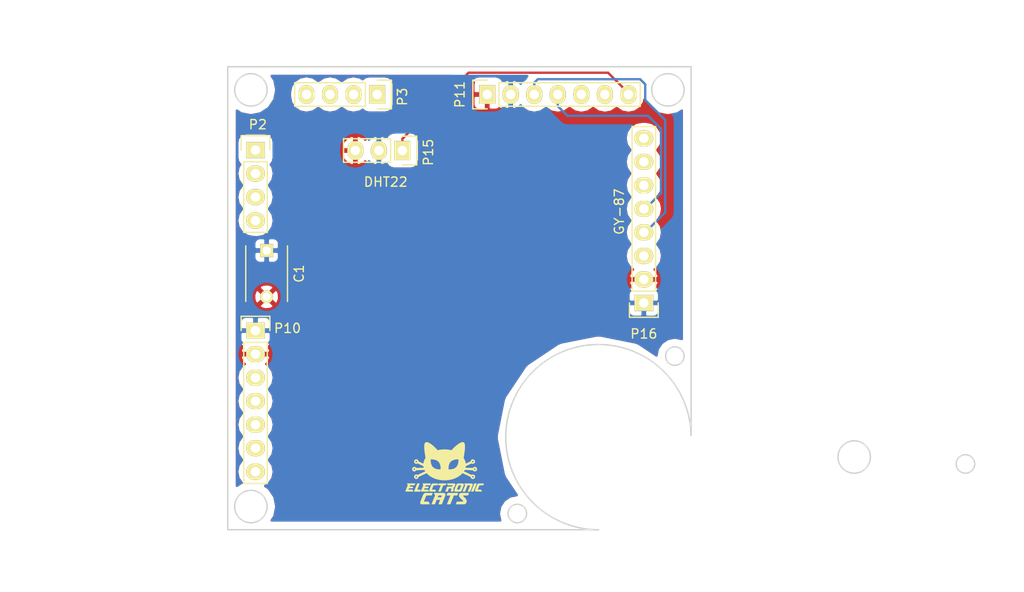
<source format=kicad_pcb>
(kicad_pcb (version 4) (host pcbnew 4.0.2+dfsg1-stable)

  (general
    (links 0)
    (no_connects 0)
    (area 72.074999 50.674999 152.825001 100.825001)
    (thickness 1.6)
    (drawings 28)
    (tracks 23)
    (zones 0)
    (modules 8)
    (nets 25)
  )

  (page A4)
  (title_block
    (title CatSat)
    (date 2016-07-28)
    (rev 0.001)
    (company "Electronic Cats")
    (comment 1 "Eduardo Contreras")
  )

  (layers
    (0 F.Cu signal)
    (31 B.Cu signal)
    (32 B.Adhes user)
    (33 F.Adhes user)
    (34 B.Paste user)
    (35 F.Paste user)
    (36 B.SilkS user)
    (37 F.SilkS user)
    (38 B.Mask user)
    (39 F.Mask user)
    (40 Dwgs.User user)
    (41 Cmts.User user)
    (42 Eco1.User user)
    (43 Eco2.User user)
    (44 Edge.Cuts user)
    (45 Margin user)
    (46 B.CrtYd user)
    (47 F.CrtYd user)
    (48 B.Fab user)
    (49 F.Fab user)
  )

  (setup
    (last_trace_width 0.25)
    (trace_clearance 0.2)
    (zone_clearance 0.8)
    (zone_45_only no)
    (trace_min 0.2)
    (segment_width 0.2)
    (edge_width 0.15)
    (via_size 0.6)
    (via_drill 0.4)
    (via_min_size 0.4)
    (via_min_drill 0.3)
    (uvia_size 0.3)
    (uvia_drill 0.1)
    (uvias_allowed no)
    (uvia_min_size 0.2)
    (uvia_min_drill 0.1)
    (pcb_text_width 0.3)
    (pcb_text_size 1.5 1.5)
    (mod_edge_width 0.15)
    (mod_text_size 1 1)
    (mod_text_width 0.15)
    (pad_size 1.524 1.524)
    (pad_drill 0.762)
    (pad_to_mask_clearance 0.2)
    (aux_axis_origin 0 0)
    (visible_elements 7FFFFFFF)
    (pcbplotparams
      (layerselection 0x00030_80000001)
      (usegerberextensions false)
      (excludeedgelayer true)
      (linewidth 0.100000)
      (plotframeref false)
      (viasonmask false)
      (mode 1)
      (useauxorigin false)
      (hpglpennumber 1)
      (hpglpenspeed 20)
      (hpglpendiameter 15)
      (hpglpenoverlay 2)
      (psnegative false)
      (psa4output false)
      (plotreference true)
      (plotvalue true)
      (plotinvisibletext false)
      (padsonsilk false)
      (subtractmaskfromsilk false)
      (outputformat 1)
      (mirror false)
      (drillshape 1)
      (scaleselection 1)
      (outputdirectory ""))
  )

  (net 0 "")
  (net 1 GND)
  (net 2 +BATT)
  (net 3 S_TX)
  (net 4 S_RX)
  (net 5 SCL)
  (net 6 SDA)
  (net 7 DHT/D6)
  (net 8 A3)
  (net 9 A2)
  (net 10 A1)
  (net 11 A0)
  (net 12 INT0)
  (net 13 INT1)
  (net 14 D7)
  (net 15 D8)
  (net 16 SCK)
  (net 17 MISO)
  (net 18 MOSI)
  (net 19 NSS)
  (net 20 RST)
  (net 21 "Net-(P16-Pad3)")
  (net 22 /Sensors/FSYNC)
  (net 23 /Sensors/INTA)
  (net 24 /Sensors/DRDY)

  (net_class Default "This is the default net class."
    (clearance 0.2)
    (trace_width 0.25)
    (via_dia 0.6)
    (via_drill 0.4)
    (uvia_dia 0.3)
    (uvia_drill 0.1)
    (add_net +BATT)
    (add_net /Sensors/DRDY)
    (add_net /Sensors/FSYNC)
    (add_net /Sensors/INTA)
    (add_net A0)
    (add_net A1)
    (add_net A2)
    (add_net A3)
    (add_net D7)
    (add_net D8)
    (add_net DHT/D6)
    (add_net GND)
    (add_net INT0)
    (add_net INT1)
    (add_net MISO)
    (add_net MOSI)
    (add_net NSS)
    (add_net "Net-(P16-Pad3)")
    (add_net RST)
    (add_net SCK)
    (add_net SCL)
    (add_net SDA)
    (add_net S_RX)
    (add_net S_TX)
  )

  (module Pin_Headers:Pin_Header_Straight_1x04 (layer F.Cu) (tedit 0) (tstamp 57993961)
    (at 88.27 53.75 270)
    (descr "Through hole pin header")
    (tags "pin header")
    (path /57965E31/5797F08A)
    (fp_text reference P3 (at 0.25 -2.73 270) (layer F.SilkS)
      (effects (font (size 1 1) (thickness 0.15)))
    )
    (fp_text value CONN_01X04 (at -2.25 4.25 360) (layer F.Fab)
      (effects (font (size 1 1) (thickness 0.15)))
    )
    (fp_line (start -1.75 -1.75) (end -1.75 9.4) (layer F.CrtYd) (width 0.05))
    (fp_line (start 1.75 -1.75) (end 1.75 9.4) (layer F.CrtYd) (width 0.05))
    (fp_line (start -1.75 -1.75) (end 1.75 -1.75) (layer F.CrtYd) (width 0.05))
    (fp_line (start -1.75 9.4) (end 1.75 9.4) (layer F.CrtYd) (width 0.05))
    (fp_line (start -1.27 1.27) (end -1.27 8.89) (layer F.SilkS) (width 0.15))
    (fp_line (start 1.27 1.27) (end 1.27 8.89) (layer F.SilkS) (width 0.15))
    (fp_line (start 1.55 -1.55) (end 1.55 0) (layer F.SilkS) (width 0.15))
    (fp_line (start -1.27 8.89) (end 1.27 8.89) (layer F.SilkS) (width 0.15))
    (fp_line (start 1.27 1.27) (end -1.27 1.27) (layer F.SilkS) (width 0.15))
    (fp_line (start -1.55 0) (end -1.55 -1.55) (layer F.SilkS) (width 0.15))
    (fp_line (start -1.55 -1.55) (end 1.55 -1.55) (layer F.SilkS) (width 0.15))
    (pad 1 thru_hole rect (at 0 0 270) (size 2.032 1.7272) (drill 1.016) (layers *.Cu *.Mask F.SilkS)
      (net 12 INT0))
    (pad 2 thru_hole oval (at 0 2.54 270) (size 2.032 1.7272) (drill 1.016) (layers *.Cu *.Mask F.SilkS)
      (net 13 INT1))
    (pad 3 thru_hole oval (at 0 5.08 270) (size 2.032 1.7272) (drill 1.016) (layers *.Cu *.Mask F.SilkS)
      (net 14 D7))
    (pad 4 thru_hole oval (at 0 7.62 270) (size 2.032 1.7272) (drill 1.016) (layers *.Cu *.Mask F.SilkS)
      (net 15 D8))
    (model Pin_Headers.3dshapes/Pin_Header_Straight_1x04.wrl
      (at (xyz 0 -0.15 0))
      (scale (xyz 1 1 1))
      (rotate (xyz 0 0 90))
    )
  )

  (module Pin_Headers:Pin_Header_Straight_1x07 (layer F.Cu) (tedit 0) (tstamp 57993998)
    (at 75.15 79.25)
    (descr "Through hole pin header")
    (tags "pin header")
    (path /57965E45/579A479E)
    (fp_text reference P10 (at 3.45 -0.25) (layer F.SilkS)
      (effects (font (size 1 1) (thickness 0.15)))
    )
    (fp_text value CONN_01X07 (at -2.25 5.49 90) (layer F.Fab)
      (effects (font (size 1 1) (thickness 0.15)))
    )
    (fp_line (start -1.75 -1.75) (end -1.75 17) (layer F.CrtYd) (width 0.05))
    (fp_line (start 1.75 -1.75) (end 1.75 17) (layer F.CrtYd) (width 0.05))
    (fp_line (start -1.75 -1.75) (end 1.75 -1.75) (layer F.CrtYd) (width 0.05))
    (fp_line (start -1.75 17) (end 1.75 17) (layer F.CrtYd) (width 0.05))
    (fp_line (start 1.27 1.27) (end 1.27 16.51) (layer F.SilkS) (width 0.15))
    (fp_line (start 1.27 16.51) (end -1.27 16.51) (layer F.SilkS) (width 0.15))
    (fp_line (start -1.27 16.51) (end -1.27 1.27) (layer F.SilkS) (width 0.15))
    (fp_line (start 1.55 -1.55) (end 1.55 0) (layer F.SilkS) (width 0.15))
    (fp_line (start 1.27 1.27) (end -1.27 1.27) (layer F.SilkS) (width 0.15))
    (fp_line (start -1.55 0) (end -1.55 -1.55) (layer F.SilkS) (width 0.15))
    (fp_line (start -1.55 -1.55) (end 1.55 -1.55) (layer F.SilkS) (width 0.15))
    (pad 1 thru_hole rect (at 0 0) (size 2.032 1.7272) (drill 1.016) (layers *.Cu *.Mask F.SilkS)
      (net 2 +BATT))
    (pad 2 thru_hole oval (at 0 2.54) (size 2.032 1.7272) (drill 1.016) (layers *.Cu *.Mask F.SilkS)
      (net 1 GND))
    (pad 3 thru_hole oval (at 0 5.08) (size 2.032 1.7272) (drill 1.016) (layers *.Cu *.Mask F.SilkS)
      (net 16 SCK))
    (pad 4 thru_hole oval (at 0 7.62) (size 2.032 1.7272) (drill 1.016) (layers *.Cu *.Mask F.SilkS)
      (net 17 MISO))
    (pad 5 thru_hole oval (at 0 10.16) (size 2.032 1.7272) (drill 1.016) (layers *.Cu *.Mask F.SilkS)
      (net 18 MOSI))
    (pad 6 thru_hole oval (at 0 12.7) (size 2.032 1.7272) (drill 1.016) (layers *.Cu *.Mask F.SilkS)
      (net 19 NSS))
    (pad 7 thru_hole oval (at 0 15.24) (size 2.032 1.7272) (drill 1.016) (layers *.Cu *.Mask F.SilkS)
      (net 20 RST))
    (model Pin_Headers.3dshapes/Pin_Header_Straight_1x07.wrl
      (at (xyz 0 -0.3 0))
      (scale (xyz 1 1 1))
      (rotate (xyz 0 0 90))
    )
  )

  (module Pin_Headers:Pin_Header_Straight_1x07 (layer F.Cu) (tedit 0) (tstamp 579939A3)
    (at 100.15 53.75 90)
    (descr "Through hole pin header")
    (tags "pin header")
    (path /57965E56/579A5A8C)
    (fp_text reference P11 (at 0 -2.95 90) (layer F.SilkS)
      (effects (font (size 1 1) (thickness 0.15)))
    )
    (fp_text value CONN_01X07 (at 2.25 7.25 180) (layer F.Fab)
      (effects (font (size 1 1) (thickness 0.15)))
    )
    (fp_line (start -1.75 -1.75) (end -1.75 17) (layer F.CrtYd) (width 0.05))
    (fp_line (start 1.75 -1.75) (end 1.75 17) (layer F.CrtYd) (width 0.05))
    (fp_line (start -1.75 -1.75) (end 1.75 -1.75) (layer F.CrtYd) (width 0.05))
    (fp_line (start -1.75 17) (end 1.75 17) (layer F.CrtYd) (width 0.05))
    (fp_line (start 1.27 1.27) (end 1.27 16.51) (layer F.SilkS) (width 0.15))
    (fp_line (start 1.27 16.51) (end -1.27 16.51) (layer F.SilkS) (width 0.15))
    (fp_line (start -1.27 16.51) (end -1.27 1.27) (layer F.SilkS) (width 0.15))
    (fp_line (start 1.55 -1.55) (end 1.55 0) (layer F.SilkS) (width 0.15))
    (fp_line (start 1.27 1.27) (end -1.27 1.27) (layer F.SilkS) (width 0.15))
    (fp_line (start -1.55 0) (end -1.55 -1.55) (layer F.SilkS) (width 0.15))
    (fp_line (start -1.55 -1.55) (end 1.55 -1.55) (layer F.SilkS) (width 0.15))
    (pad 1 thru_hole rect (at 0 0 90) (size 2.032 1.7272) (drill 1.016) (layers *.Cu *.Mask F.SilkS)
      (net 1 GND))
    (pad 2 thru_hole oval (at 0 2.54 90) (size 2.032 1.7272) (drill 1.016) (layers *.Cu *.Mask F.SilkS)
      (net 2 +BATT))
    (pad 3 thru_hole oval (at 0 5.08 90) (size 2.032 1.7272) (drill 1.016) (layers *.Cu *.Mask F.SilkS)
      (net 5 SCL))
    (pad 4 thru_hole oval (at 0 7.62 90) (size 2.032 1.7272) (drill 1.016) (layers *.Cu *.Mask F.SilkS)
      (net 6 SDA))
    (pad 5 thru_hole oval (at 0 10.16 90) (size 2.032 1.7272) (drill 1.016) (layers *.Cu *.Mask F.SilkS)
      (net 4 S_RX))
    (pad 6 thru_hole oval (at 0 12.7 90) (size 2.032 1.7272) (drill 1.016) (layers *.Cu *.Mask F.SilkS)
      (net 3 S_TX))
    (pad 7 thru_hole oval (at 0 15.24 90) (size 2.032 1.7272) (drill 1.016) (layers *.Cu *.Mask F.SilkS)
      (net 7 DHT/D6))
    (model Pin_Headers.3dshapes/Pin_Header_Straight_1x07.wrl
      (at (xyz 0 -0.3 0))
      (scale (xyz 1 1 1))
      (rotate (xyz 0 0 90))
    )
  )

  (module Pin_Headers:Pin_Header_Straight_1x03 (layer F.Cu) (tedit 579FA91E) (tstamp 579939C5)
    (at 91 59.8 270)
    (descr "Through hole pin header")
    (tags "pin header")
    (path /57965E56/579A8B76)
    (fp_text reference P15 (at 0.2 -2.8 270) (layer F.SilkS)
      (effects (font (size 1 1) (thickness 0.15)))
    )
    (fp_text value DHT22 (at 3.4 1.8 360) (layer F.SilkS)
      (effects (font (size 1 1) (thickness 0.15)))
    )
    (fp_line (start -1.75 -1.75) (end -1.75 6.85) (layer F.CrtYd) (width 0.05))
    (fp_line (start 1.75 -1.75) (end 1.75 6.85) (layer F.CrtYd) (width 0.05))
    (fp_line (start -1.75 -1.75) (end 1.75 -1.75) (layer F.CrtYd) (width 0.05))
    (fp_line (start -1.75 6.85) (end 1.75 6.85) (layer F.CrtYd) (width 0.05))
    (fp_line (start -1.27 1.27) (end -1.27 6.35) (layer F.SilkS) (width 0.15))
    (fp_line (start -1.27 6.35) (end 1.27 6.35) (layer F.SilkS) (width 0.15))
    (fp_line (start 1.27 6.35) (end 1.27 1.27) (layer F.SilkS) (width 0.15))
    (fp_line (start 1.55 -1.55) (end 1.55 0) (layer F.SilkS) (width 0.15))
    (fp_line (start 1.27 1.27) (end -1.27 1.27) (layer F.SilkS) (width 0.15))
    (fp_line (start -1.55 0) (end -1.55 -1.55) (layer F.SilkS) (width 0.15))
    (fp_line (start -1.55 -1.55) (end 1.55 -1.55) (layer F.SilkS) (width 0.15))
    (pad 1 thru_hole rect (at 0 0 270) (size 2.032 1.7272) (drill 1.016) (layers *.Cu *.Mask F.SilkS)
      (net 7 DHT/D6))
    (pad 2 thru_hole oval (at 0 2.54 270) (size 2.032 1.7272) (drill 1.016) (layers *.Cu *.Mask F.SilkS)
      (net 2 +BATT))
    (pad 3 thru_hole oval (at 0 5.08 270) (size 2.032 1.7272) (drill 1.016) (layers *.Cu *.Mask F.SilkS)
      (net 1 GND))
    (model Pin_Headers.3dshapes/Pin_Header_Straight_1x03.wrl
      (at (xyz 0 -0.1 0))
      (scale (xyz 1 1 1))
      (rotate (xyz 0 0 90))
    )
  )

  (module Pin_Headers:Pin_Header_Straight_1x08 (layer F.Cu) (tedit 579FA90D) (tstamp 579939D1)
    (at 117.05 76.26 180)
    (descr "Through hole pin header")
    (tags "pin header")
    (path /57965E56/579A8C6E)
    (fp_text reference P16 (at 0 -3.34 180) (layer F.SilkS)
      (effects (font (size 1 1) (thickness 0.15)))
    )
    (fp_text value GY-87 (at 2.65 9.86 270) (layer F.SilkS)
      (effects (font (size 1 1) (thickness 0.15)))
    )
    (fp_line (start -1.75 -1.75) (end -1.75 19.55) (layer F.CrtYd) (width 0.05))
    (fp_line (start 1.75 -1.75) (end 1.75 19.55) (layer F.CrtYd) (width 0.05))
    (fp_line (start -1.75 -1.75) (end 1.75 -1.75) (layer F.CrtYd) (width 0.05))
    (fp_line (start -1.75 19.55) (end 1.75 19.55) (layer F.CrtYd) (width 0.05))
    (fp_line (start 1.27 1.27) (end 1.27 19.05) (layer F.SilkS) (width 0.15))
    (fp_line (start 1.27 19.05) (end -1.27 19.05) (layer F.SilkS) (width 0.15))
    (fp_line (start -1.27 19.05) (end -1.27 1.27) (layer F.SilkS) (width 0.15))
    (fp_line (start 1.55 -1.55) (end 1.55 0) (layer F.SilkS) (width 0.15))
    (fp_line (start 1.27 1.27) (end -1.27 1.27) (layer F.SilkS) (width 0.15))
    (fp_line (start -1.55 0) (end -1.55 -1.55) (layer F.SilkS) (width 0.15))
    (fp_line (start -1.55 -1.55) (end 1.55 -1.55) (layer F.SilkS) (width 0.15))
    (pad 1 thru_hole rect (at 0 0 180) (size 2.032 1.7272) (drill 1.016) (layers *.Cu *.Mask F.SilkS)
      (net 2 +BATT))
    (pad 2 thru_hole oval (at 0 2.54 180) (size 2.032 1.7272) (drill 1.016) (layers *.Cu *.Mask F.SilkS)
      (net 1 GND))
    (pad 3 thru_hole oval (at 0 5.08 180) (size 2.032 1.7272) (drill 1.016) (layers *.Cu *.Mask F.SilkS)
      (net 21 "Net-(P16-Pad3)"))
    (pad 4 thru_hole oval (at 0 7.62 180) (size 2.032 1.7272) (drill 1.016) (layers *.Cu *.Mask F.SilkS)
      (net 5 SCL))
    (pad 5 thru_hole oval (at 0 10.16 180) (size 2.032 1.7272) (drill 1.016) (layers *.Cu *.Mask F.SilkS)
      (net 6 SDA))
    (pad 6 thru_hole oval (at 0 12.7 180) (size 2.032 1.7272) (drill 1.016) (layers *.Cu *.Mask F.SilkS)
      (net 22 /Sensors/FSYNC))
    (pad 7 thru_hole oval (at 0 15.24 180) (size 2.032 1.7272) (drill 1.016) (layers *.Cu *.Mask F.SilkS)
      (net 23 /Sensors/INTA))
    (pad 8 thru_hole oval (at 0 17.78 180) (size 2.032 1.7272) (drill 1.016) (layers *.Cu *.Mask F.SilkS)
      (net 24 /Sensors/DRDY))
    (model Pin_Headers.3dshapes/Pin_Header_Straight_1x08.wrl
      (at (xyz 0 -0.35 0))
      (scale (xyz 1 1 1))
      (rotate (xyz 0 0 90))
    )
  )

  (module Pin_Headers:Pin_Header_Straight_1x04 (layer F.Cu) (tedit 0) (tstamp 579A51BC)
    (at 75.15 59.75)
    (descr "Through hole pin header")
    (tags "pin header")
    (path /57965E31/5797DD1B)
    (fp_text reference P2 (at 0.25 -2.75) (layer F.SilkS)
      (effects (font (size 1 1) (thickness 0.15)))
    )
    (fp_text value CONN_01X04 (at -2.25 3.58 90) (layer F.Fab)
      (effects (font (size 1 1) (thickness 0.15)))
    )
    (fp_line (start -1.75 -1.75) (end -1.75 9.4) (layer F.CrtYd) (width 0.05))
    (fp_line (start 1.75 -1.75) (end 1.75 9.4) (layer F.CrtYd) (width 0.05))
    (fp_line (start -1.75 -1.75) (end 1.75 -1.75) (layer F.CrtYd) (width 0.05))
    (fp_line (start -1.75 9.4) (end 1.75 9.4) (layer F.CrtYd) (width 0.05))
    (fp_line (start -1.27 1.27) (end -1.27 8.89) (layer F.SilkS) (width 0.15))
    (fp_line (start 1.27 1.27) (end 1.27 8.89) (layer F.SilkS) (width 0.15))
    (fp_line (start 1.55 -1.55) (end 1.55 0) (layer F.SilkS) (width 0.15))
    (fp_line (start -1.27 8.89) (end 1.27 8.89) (layer F.SilkS) (width 0.15))
    (fp_line (start 1.27 1.27) (end -1.27 1.27) (layer F.SilkS) (width 0.15))
    (fp_line (start -1.55 0) (end -1.55 -1.55) (layer F.SilkS) (width 0.15))
    (fp_line (start -1.55 -1.55) (end 1.55 -1.55) (layer F.SilkS) (width 0.15))
    (pad 1 thru_hole rect (at 0 0) (size 2.032 1.7272) (drill 1.016) (layers *.Cu *.Mask F.SilkS)
      (net 8 A3))
    (pad 2 thru_hole oval (at 0 2.54) (size 2.032 1.7272) (drill 1.016) (layers *.Cu *.Mask F.SilkS)
      (net 9 A2))
    (pad 3 thru_hole oval (at 0 5.08) (size 2.032 1.7272) (drill 1.016) (layers *.Cu *.Mask F.SilkS)
      (net 10 A1))
    (pad 4 thru_hole oval (at 0 7.62) (size 2.032 1.7272) (drill 1.016) (layers *.Cu *.Mask F.SilkS)
      (net 11 A0))
    (model Pin_Headers.3dshapes/Pin_Header_Straight_1x04.wrl
      (at (xyz 0 -0.15 0))
      (scale (xyz 1 1 1))
      (rotate (xyz 0 0 90))
    )
  )

  (module Capacitors_ThroughHole:C_Disc_D6_P5 (layer F.Cu) (tedit 0) (tstamp 579BB1CC)
    (at 76.35 70.6 270)
    (descr "Capacitor 6mm Disc, Pitch 5mm")
    (tags Capacitor)
    (path /57965E31/579BC305)
    (fp_text reference C1 (at 2.5 -3.5 270) (layer F.SilkS)
      (effects (font (size 1 1) (thickness 0.15)))
    )
    (fp_text value C (at 2.5 3.5 270) (layer F.Fab)
      (effects (font (size 1 1) (thickness 0.15)))
    )
    (fp_line (start -0.95 -2.5) (end 5.95 -2.5) (layer F.CrtYd) (width 0.05))
    (fp_line (start 5.95 -2.5) (end 5.95 2.5) (layer F.CrtYd) (width 0.05))
    (fp_line (start 5.95 2.5) (end -0.95 2.5) (layer F.CrtYd) (width 0.05))
    (fp_line (start -0.95 2.5) (end -0.95 -2.5) (layer F.CrtYd) (width 0.05))
    (fp_line (start -0.5 -2.25) (end 5.5 -2.25) (layer F.SilkS) (width 0.15))
    (fp_line (start 5.5 2.25) (end -0.5 2.25) (layer F.SilkS) (width 0.15))
    (pad 1 thru_hole rect (at 0 0 270) (size 1.4 1.4) (drill 0.9) (layers *.Cu *.Mask F.SilkS)
      (net 2 +BATT))
    (pad 2 thru_hole circle (at 5 0 270) (size 1.4 1.4) (drill 0.9) (layers *.Cu *.Mask F.SilkS)
      (net 1 GND))
    (model Capacitors_ThroughHole.3dshapes/C_Disc_D6_P5.wrl
      (at (xyz 0.0984252 0 0))
      (scale (xyz 1 1 1))
      (rotate (xyz 0 0 0))
    )
  )

  (module theinventorhouse:electronic_cats_logo_8x6 (layer F.Cu) (tedit 0) (tstamp 579FBC2C)
    (at 95.55 94.65)
    (fp_text reference G*** (at 0 0) (layer F.SilkS) hide
      (effects (font (thickness 0.3)))
    )
    (fp_text value LOGO (at 0.75 0) (layer F.SilkS) hide
      (effects (font (thickness 0.3)))
    )
    (fp_poly (pts (xy -1.511952 2.134469) (xy -1.457322 2.134584) (xy -1.408721 2.134798) (xy -1.367028 2.135106)
      (xy -1.333123 2.135503) (xy -1.307886 2.135985) (xy -1.292197 2.136546) (xy -1.286933 2.137166)
      (xy -1.288907 2.144025) (xy -1.294337 2.159457) (xy -1.302488 2.181556) (xy -1.312625 2.208412)
      (xy -1.324012 2.238118) (xy -1.335914 2.268766) (xy -1.347595 2.298447) (xy -1.358321 2.325254)
      (xy -1.367355 2.347279) (xy -1.373007 2.360481) (xy -1.38977 2.398273) (xy -1.650207 2.399992)
      (xy -1.711234 2.400408) (xy -1.762016 2.400814) (xy -1.8036 2.401261) (xy -1.837031 2.4018)
      (xy -1.863353 2.402483) (xy -1.883612 2.40336) (xy -1.898852 2.404484) (xy -1.910119 2.405905)
      (xy -1.918458 2.407675) (xy -1.924914 2.409846) (xy -1.930531 2.412467) (xy -1.933222 2.413894)
      (xy -1.956584 2.429106) (xy -1.976812 2.448526) (xy -1.995034 2.473783) (xy -2.012374 2.50651)
      (xy -2.029956 2.548336) (xy -2.034811 2.561185) (xy -2.042642 2.581822) (xy -2.05406 2.611251)
      (xy -2.068405 2.647803) (xy -2.085019 2.689812) (xy -2.10324 2.735608) (xy -2.122411 2.783525)
      (xy -2.141384 2.830688) (xy -2.159759 2.876395) (xy -2.17689 2.91931) (xy -2.192288 2.958193)
      (xy -2.205469 2.991804) (xy -2.215947 3.018901) (xy -2.223235 3.038245) (xy -2.226848 3.048595)
      (xy -2.227072 3.049411) (xy -2.23078 3.064933) (xy -1.728641 3.064933) (xy -1.673661 3.182055)
      (xy -1.657155 3.217406) (xy -1.641663 3.250935) (xy -1.628047 3.280746) (xy -1.617171 3.304946)
      (xy -1.609898 3.32164) (xy -1.608112 3.325988) (xy -1.597543 3.3528) (xy -2.064538 3.35255)
      (xy -2.148085 3.352497) (xy -2.221092 3.352423) (xy -2.284306 3.352311) (xy -2.338477 3.352143)
      (xy -2.384352 3.351902) (xy -2.422681 3.351572) (xy -2.454211 3.351135) (xy -2.479691 3.350574)
      (xy -2.499869 3.349872) (xy -2.515493 3.349012) (xy -2.527313 3.347977) (xy -2.536076 3.346749)
      (xy -2.542531 3.345313) (xy -2.547426 3.34365) (xy -2.55151 3.341743) (xy -2.552122 3.341423)
      (xy -2.581872 3.319531) (xy -2.60532 3.289458) (xy -2.621536 3.252954) (xy -2.629586 3.211767)
      (xy -2.630311 3.194633) (xy -2.628535 3.169238) (xy -2.623056 3.138459) (xy -2.613648 3.101603)
      (xy -2.600085 3.057977) (xy -2.58214 3.006886) (xy -2.559587 2.947637) (xy -2.532201 2.879535)
      (xy -2.510929 2.828358) (xy -2.494754 2.789239) (xy -2.476975 2.745214) (xy -2.459384 2.700785)
      (xy -2.443774 2.660451) (xy -2.438575 2.646709) (xy -2.413265 2.580405) (xy -2.387347 2.514678)
      (xy -2.361711 2.451694) (xy -2.33725 2.393617) (xy -2.314854 2.342615) (xy -2.301271 2.313103)
      (xy -2.27273 2.260395) (xy -2.241285 2.217763) (xy -2.205995 2.184165) (xy -2.165919 2.15856)
      (xy -2.158286 2.154796) (xy -2.119489 2.136422) (xy -1.703211 2.134772) (xy -1.635776 2.134558)
      (xy -1.57173 2.134459) (xy -1.511952 2.134469)) (layer F.SilkS) (width 0.01))
    (fp_poly (pts (xy -0.758396 2.134512) (xy -0.668554 2.134699) (xy -0.594078 2.134912) (xy -0.50221 2.135213)
      (xy -0.420943 2.135513) (xy -0.349591 2.135826) (xy -0.287464 2.136166) (xy -0.233876 2.136545)
      (xy -0.188139 2.136978) (xy -0.149566 2.137477) (xy -0.117469 2.138056) (xy -0.09116 2.138729)
      (xy -0.069952 2.139509) (xy -0.053158 2.14041) (xy -0.040089 2.141445) (xy -0.030058 2.142628)
      (xy -0.022378 2.143971) (xy -0.016362 2.14549) (xy -0.013865 2.146284) (xy 0.022439 2.164287)
      (xy 0.052406 2.190922) (xy 0.075079 2.224894) (xy 0.089502 2.26491) (xy 0.093857 2.291918)
      (xy 0.094487 2.313724) (xy 0.092427 2.338488) (xy 0.087413 2.367055) (xy 0.079176 2.400274)
      (xy 0.067453 2.438988) (xy 0.051978 2.484046) (xy 0.032483 2.536293) (xy 0.008705 2.596575)
      (xy -0.019624 2.665738) (xy -0.035423 2.703546) (xy -0.048183 2.734323) (xy -0.064329 2.77391)
      (xy -0.083174 2.820588) (xy -0.10403 2.87264) (xy -0.126212 2.928347) (xy -0.149031 2.985991)
      (xy -0.171802 3.043853) (xy -0.188885 3.087511) (xy -0.291302 3.349977) (xy -0.473029 3.351467)
      (xy -0.528061 3.351747) (xy -0.573708 3.351616) (xy -0.609582 3.351083) (xy -0.635294 3.350157)
      (xy -0.650453 3.348847) (xy -0.654756 3.347387) (xy -0.652752 3.34111) (xy -0.647025 3.325444)
      (xy -0.638001 3.301501) (xy -0.626105 3.270391) (xy -0.611763 3.233223) (xy -0.595402 3.191109)
      (xy -0.577446 3.145159) (xy -0.566513 3.117297) (xy -0.547726 3.069431) (xy -0.530179 3.024594)
      (xy -0.514314 2.983926) (xy -0.500573 2.948565) (xy -0.489397 2.919652) (xy -0.48123 2.898324)
      (xy -0.476513 2.885722) (xy -0.475543 2.8829) (xy -0.47539 2.880223) (xy -0.477298 2.878077)
      (xy -0.482369 2.876404) (xy -0.491702 2.875146) (xy -0.506399 2.874243) (xy -0.527559 2.873638)
      (xy -0.556284 2.873272) (xy -0.593673 2.873088) (xy -0.640827 2.873025) (xy -0.661801 2.873022)
      (xy -0.850785 2.873022) (xy -0.882147 2.947811) (xy -0.893122 2.974256) (xy -0.907257 3.008736)
      (xy -0.923555 3.048791) (xy -0.941017 3.091961) (xy -0.958644 3.135785) (xy -0.970726 3.165987)
      (xy -0.986366 3.204964) (xy -1.001209 3.241542) (xy -1.014579 3.274091) (xy -1.025802 3.300981)
      (xy -1.034204 3.320583) (xy -1.039019 3.331087) (xy -1.050096 3.3528) (xy -1.227782 3.3528)
      (xy -1.283252 3.35262) (xy -1.328714 3.352088) (xy -1.363898 3.351212) (xy -1.388536 3.350001)
      (xy -1.402359 3.348463) (xy -1.405467 3.34711) (xy -1.403423 3.341084) (xy -1.397541 3.325526)
      (xy -1.388197 3.30138) (xy -1.375767 3.269587) (xy -1.360626 3.231091) (xy -1.34315 3.186833)
      (xy -1.323714 3.137755) (xy -1.302694 3.084801) (xy -1.280466 3.028912) (xy -1.257405 2.97103)
      (xy -1.233886 2.912098) (xy -1.210286 2.853059) (xy -1.18698 2.794854) (xy -1.164343 2.738426)
      (xy -1.142751 2.684717) (xy -1.122581 2.634669) (xy -1.111751 2.607883) (xy -0.745026 2.607883)
      (xy -0.554547 2.606397) (xy -0.364067 2.604911) (xy -0.346131 2.568222) (xy -0.335166 2.543332)
      (xy -0.323986 2.514029) (xy -0.315429 2.488002) (xy -0.309109 2.464971) (xy -0.306297 2.449677)
      (xy -0.306699 2.439226) (xy -0.309718 2.431291) (xy -0.314536 2.422989) (xy -0.319973 2.416398)
      (xy -0.327319 2.411303) (xy -0.337864 2.40749) (xy -0.352898 2.404743) (xy -0.37371 2.402849)
      (xy -0.401592 2.401592) (xy -0.437831 2.400759) (xy -0.48372 2.400135) (xy -0.498007 2.399973)
      (xy -0.654525 2.398236) (xy -0.665891 2.416907) (xy -0.674267 2.432917) (xy -0.685776 2.458318)
      (xy -0.699878 2.491828) (xy -0.71603 2.532163) (xy -0.731603 2.57253) (xy -0.745026 2.607883)
      (xy -1.111751 2.607883) (xy -1.104206 2.589225) (xy -1.088003 2.549328) (xy -1.074348 2.515918)
      (xy -1.068503 2.501723) (xy -1.025872 2.398535) (xy -1.085847 2.272203) (xy -1.102384 2.237124)
      (xy -1.117174 2.205275) (xy -1.129559 2.178116) (xy -1.138878 2.157109) (xy -1.14447 2.143712)
      (xy -1.145822 2.139525) (xy -1.142579 2.138408) (xy -1.132569 2.137437) (xy -1.11537 2.136609)
      (xy -1.090564 2.13592) (xy -1.057729 2.135366) (xy -1.016444 2.134945) (xy -0.966289 2.134653)
      (xy -0.906843 2.134485) (xy -0.837685 2.13444) (xy -0.758396 2.134512)) (layer F.SilkS) (width 0.01))
    (fp_poly (pts (xy 1.005374 2.133101) (xy 1.072832 2.133233) (xy 1.137829 2.133459) (xy 1.199452 2.13378)
      (xy 1.256786 2.134198) (xy 1.308917 2.134713) (xy 1.35493 2.135326) (xy 1.393912 2.136038)
      (xy 1.424947 2.13685) (xy 1.447123 2.137762) (xy 1.459524 2.138777) (xy 1.461911 2.139498)
      (xy 1.459955 2.146219) (xy 1.454462 2.161933) (xy 1.445993 2.185116) (xy 1.435111 2.214244)
      (xy 1.422378 2.247792) (xy 1.413028 2.272143) (xy 1.364145 2.398888) (xy 1.010546 2.398888)
      (xy 0.995454 2.428522) (xy 0.988093 2.444315) (xy 0.977915 2.467989) (xy 0.966042 2.496847)
      (xy 0.953596 2.528188) (xy 0.947939 2.542822) (xy 0.933802 2.579324) (xy 0.918042 2.619348)
      (xy 0.902408 2.658488) (xy 0.88865 2.692339) (xy 0.886295 2.698044) (xy 0.878575 2.716927)
      (xy 0.867221 2.745035) (xy 0.852744 2.781092) (xy 0.835652 2.823824) (xy 0.816455 2.871953)
      (xy 0.795661 2.924203) (xy 0.773781 2.9793) (xy 0.751324 3.035967) (xy 0.742095 3.059288)
      (xy 0.627116 3.349977) (xy 0.254534 3.352951) (xy 0.26003 3.337353) (xy 0.262913 3.329863)
      (xy 0.269678 3.312678) (xy 0.280011 3.286583) (xy 0.293599 3.252364) (xy 0.310129 3.210807)
      (xy 0.32929 3.162698) (xy 0.350767 3.108822) (xy 0.374248 3.049965) (xy 0.399419 2.986912)
      (xy 0.425969 2.920449) (xy 0.44831 2.864555) (xy 0.475575 2.796237) (xy 0.50155 2.730915)
      (xy 0.52594 2.669347) (xy 0.548447 2.612294) (xy 0.568775 2.560515) (xy 0.586627 2.51477)
      (xy 0.601707 2.475819) (xy 0.613717 2.444422) (xy 0.622362 2.421338) (xy 0.627345 2.407327)
      (xy 0.628481 2.403122) (xy 0.622431 2.402149) (xy 0.606372 2.401255) (xy 0.581587 2.400466)
      (xy 0.549357 2.399809) (xy 0.510961 2.399309) (xy 0.467682 2.398994) (xy 0.42262 2.398888)
      (xy 0.219372 2.398888) (xy 0.223231 2.386188) (xy 0.22599 2.378292) (xy 0.232035 2.361676)
      (xy 0.240676 2.33819) (xy 0.251227 2.309682) (xy 0.263 2.278001) (xy 0.275307 2.244993)
      (xy 0.287461 2.212509) (xy 0.298773 2.182394) (xy 0.308556 2.156499) (xy 0.314593 2.140655)
      (xy 0.320502 2.139562) (xy 0.336749 2.13855) (xy 0.362421 2.13762) (xy 0.396604 2.136774)
      (xy 0.438383 2.136013) (xy 0.486844 2.135336) (xy 0.541073 2.134746) (xy 0.600155 2.134242)
      (xy 0.663176 2.133827) (xy 0.729223 2.1335) (xy 0.79738 2.133263) (xy 0.866734 2.133117)
      (xy 0.93637 2.133063) (xy 1.005374 2.133101)) (layer F.SilkS) (width 0.01))
    (fp_poly (pts (xy 2.448718 2.134699) (xy 2.498882 2.134872) (xy 2.542225 2.135141) (xy 2.577884 2.135501)
      (xy 2.604996 2.135947) (xy 2.622699 2.136477) (xy 2.630131 2.137084) (xy 2.630311 2.137201)
      (xy 2.62831 2.143399) (xy 2.622704 2.158536) (xy 2.614083 2.181072) (xy 2.60304 2.209467)
      (xy 2.590167 2.242181) (xy 2.583022 2.260198) (xy 2.56922 2.294975) (xy 2.556707 2.326623)
      (xy 2.546129 2.353502) (xy 2.538131 2.37397) (xy 2.533358 2.386386) (xy 2.532399 2.389011)
      (xy 2.530996 2.391373) (xy 2.527873 2.393327) (xy 2.522043 2.394912) (xy 2.512522 2.396166)
      (xy 2.498323 2.397127) (xy 2.478463 2.397835) (xy 2.451955 2.398327) (xy 2.417813 2.398642)
      (xy 2.375054 2.398818) (xy 2.322691 2.398895) (xy 2.279121 2.398909) (xy 2.219298 2.398936)
      (xy 2.169712 2.399033) (xy 2.129314 2.399244) (xy 2.097053 2.399611) (xy 2.071877 2.400177)
      (xy 2.052737 2.400985) (xy 2.038581 2.402077) (xy 2.028359 2.403497) (xy 2.021019 2.405286)
      (xy 2.015512 2.407489) (xy 2.011337 2.409809) (xy 1.998349 2.419648) (xy 1.991059 2.430579)
      (xy 1.989911 2.443428) (xy 1.995348 2.459019) (xy 2.007812 2.478176) (xy 2.027746 2.501723)
      (xy 2.055594 2.530485) (xy 2.091798 2.565286) (xy 2.098016 2.571115) (xy 2.1458 2.616648)
      (xy 2.190644 2.661052) (xy 2.231397 2.703113) (xy 2.266912 2.741615) (xy 2.296037 2.775346)
      (xy 2.317622 2.803089) (xy 2.317657 2.803137) (xy 2.341533 2.844299) (xy 2.360277 2.892812)
      (xy 2.372771 2.945471) (xy 2.376156 2.970642) (xy 2.378329 3.020326) (xy 2.375437 3.071146)
      (xy 2.367947 3.120341) (xy 2.356327 3.165147) (xy 2.341046 3.202802) (xy 2.334956 3.213721)
      (xy 2.310784 3.24584) (xy 2.279356 3.276773) (xy 2.244477 3.303086) (xy 2.221144 3.316387)
      (xy 2.208052 3.322798) (xy 2.196218 3.328409) (xy 2.184833 3.333274) (xy 2.173086 3.337445)
      (xy 2.160167 3.340976) (xy 2.145266 3.343921) (xy 2.127571 3.346332) (xy 2.106272 3.348262)
      (xy 2.08056 3.349766) (xy 2.049623 3.350895) (xy 2.012651 3.351704) (xy 1.968834 3.352246)
      (xy 1.917362 3.352573) (xy 1.857423 3.352739) (xy 1.788208 3.352797) (xy 1.708906 3.352801)
      (xy 1.666747 3.3528) (xy 1.594682 3.352739) (xy 1.526568 3.352563) (xy 1.463201 3.35228)
      (xy 1.405379 3.351899) (xy 1.353898 3.351428) (xy 1.309552 3.350878) (xy 1.27314 3.350255)
      (xy 1.245456 3.34957) (xy 1.227297 3.348831) (xy 1.21946 3.348046) (xy 1.2192 3.347872)
      (xy 1.221152 3.341476) (xy 1.226652 3.326001) (xy 1.235162 3.302889) (xy 1.246145 3.273587)
      (xy 1.259066 3.239537) (xy 1.272167 3.205349) (xy 1.325134 3.067755) (xy 1.652011 3.064933)
      (xy 1.721307 3.064315) (xy 1.780207 3.063731) (xy 1.829605 3.063145) (xy 1.870393 3.062526)
      (xy 1.903464 3.061838) (xy 1.929712 3.061047) (xy 1.950029 3.060121) (xy 1.965308 3.059024)
      (xy 1.976443 3.057723) (xy 1.984326 3.056184) (xy 1.98985 3.054374) (xy 1.993909 3.052258)
      (xy 1.994412 3.051934) (xy 2.009185 3.039945) (xy 2.01722 3.026989) (xy 2.018137 3.012156)
      (xy 2.011556 2.994535) (xy 1.997094 2.973217) (xy 1.974372 2.94729) (xy 1.943007 2.915846)
      (xy 1.933759 2.907004) (xy 1.911102 2.885292) (xy 1.882361 2.857429) (xy 1.849419 2.825258)
      (xy 1.81416 2.790624) (xy 1.778467 2.755373) (xy 1.746442 2.723559) (xy 1.708074 2.685015)
      (xy 1.67704 2.6531) (xy 1.652402 2.626766) (xy 1.633217 2.604965) (xy 1.618546 2.58665)
      (xy 1.607447 2.570771) (xy 1.603385 2.56417) (xy 1.580849 2.520884) (xy 1.566521 2.480088)
      (xy 1.559294 2.437894) (xy 1.557867 2.404308) (xy 1.5616 2.34441) (xy 1.573001 2.292628)
      (xy 1.592369 2.248523) (xy 1.620001 2.211657) (xy 1.656198 2.181593) (xy 1.701258 2.157893)
      (xy 1.734289 2.146046) (xy 1.740937 2.144331) (xy 1.749505 2.14283) (xy 1.76077 2.141522)
      (xy 1.775509 2.14039) (xy 1.7945 2.139416) (xy 1.818521 2.13858) (xy 1.84835 2.137865)
      (xy 1.884763 2.137252) (xy 1.928538 2.136722) (xy 1.980454 2.136256) (xy 2.041288 2.135838)
      (xy 2.111817 2.135447) (xy 2.192818 2.135065) (xy 2.1971 2.135046) (xy 2.265924 2.134795)
      (xy 2.331376 2.134656) (xy 2.392596 2.134626) (xy 2.448718 2.134699)) (layer F.SilkS) (width 0.01))
    (fp_poly (pts (xy -2.688812 1.118905) (xy -2.691443 1.126336) (xy -2.697869 1.143309) (xy -2.707718 1.168875)
      (xy -2.720621 1.202084) (xy -2.736206 1.241987) (xy -2.754101 1.287633) (xy -2.773937 1.338074)
      (xy -2.795343 1.392359) (xy -2.817946 1.449538) (xy -2.818375 1.450622) (xy -2.944605 1.769533)
      (xy -2.756413 1.771019) (xy -2.711602 1.77146) (xy -2.670609 1.77203) (xy -2.634741 1.772698)
      (xy -2.605308 1.773433) (xy -2.583619 1.774203) (xy -2.570982 1.774978) (xy -2.568222 1.775513)
      (xy -2.570255 1.781478) (xy -2.575884 1.796108) (xy -2.58441 1.817632) (xy -2.595132 1.844276)
      (xy -2.604463 1.867213) (xy -2.616799 1.897748) (xy -2.627813 1.925656) (xy -2.636692 1.948828)
      (xy -2.642624 1.965155) (xy -2.644586 1.971374) (xy -2.648468 1.986844) (xy -3.297116 1.986844)
      (xy -3.293368 1.974144) (xy -3.290731 1.967033) (xy -3.284217 1.950251) (xy -3.274148 1.924607)
      (xy -3.260844 1.890912) (xy -3.244628 1.849973) (xy -3.225819 1.8026) (xy -3.204739 1.749601)
      (xy -3.181709 1.691787) (xy -3.15705 1.629966) (xy -3.131083 1.564947) (xy -3.119228 1.535288)
      (xy -2.948836 1.109133) (xy -2.817158 1.107616) (xy -2.685479 1.106099) (xy -2.688812 1.118905)) (layer F.SilkS) (width 0.01))
    (fp_poly (pts (xy 1.770214 1.112167) (xy 1.836284 1.112556) (xy 1.891463 1.113207) (xy 1.935671 1.114119)
      (xy 1.968825 1.115289) (xy 1.990845 1.116716) (xy 2.000955 1.118185) (xy 2.032619 1.132226)
      (xy 2.057659 1.154316) (xy 2.074703 1.182695) (xy 2.082381 1.215602) (xy 2.082676 1.223141)
      (xy 2.082058 1.234537) (xy 2.079887 1.248287) (xy 2.075853 1.265286) (xy 2.069649 1.286426)
      (xy 2.060963 1.312601) (xy 2.049487 1.344705) (xy 2.034912 1.383631) (xy 2.016927 1.430272)
      (xy 1.995224 1.485521) (xy 1.969494 1.550273) (xy 1.968758 1.552117) (xy 1.939062 1.626051)
      (xy 1.912808 1.690185) (xy 1.889556 1.745316) (xy 1.868863 1.792244) (xy 1.850289 1.831768)
      (xy 1.833393 1.864686) (xy 1.817735 1.891797) (xy 1.802872 1.913902) (xy 1.788364 1.931797)
      (xy 1.77377 1.946282) (xy 1.758648 1.958157) (xy 1.742559 1.96822) (xy 1.737538 1.970972)
      (xy 1.713089 1.984022) (xy 1.425222 1.985023) (xy 1.35628 1.985147) (xy 1.294833 1.985019)
      (xy 1.241473 1.98465) (xy 1.19679 1.984048) (xy 1.161373 1.983221) (xy 1.135814 1.98218)
      (xy 1.120702 1.980932) (xy 1.1176 1.980345) (xy 1.090115 1.96685) (xy 1.068012 1.944716)
      (xy 1.052512 1.915798) (xy 1.044835 1.881951) (xy 1.044222 1.868827) (xy 1.044677 1.855671)
      (xy 1.046258 1.841584) (xy 1.049295 1.825593) (xy 1.054114 1.806723) (xy 1.061043 1.784)
      (xy 1.07041 1.756451) (xy 1.073303 1.748496) (xy 1.350111 1.748496) (xy 1.356193 1.759628)
      (xy 1.369584 1.766629) (xy 1.391287 1.770451) (xy 1.422301 1.772043) (xy 1.462161 1.772355)
      (xy 1.502139 1.771952) (xy 1.532605 1.770652) (xy 1.555313 1.768321) (xy 1.572013 1.764825)
      (xy 1.575803 1.763635) (xy 1.594982 1.754821) (xy 1.612042 1.743306) (xy 1.616199 1.739463)
      (xy 1.624171 1.727828) (xy 1.635577 1.706232) (xy 1.650116 1.675368) (xy 1.667486 1.635928)
      (xy 1.687388 1.588605) (xy 1.709519 1.534091) (xy 1.733579 1.473079) (xy 1.74628 1.440242)
      (xy 1.75942 1.405888) (xy 1.768877 1.380385) (xy 1.775072 1.362069) (xy 1.778426 1.349275)
      (xy 1.77936 1.340337) (xy 1.778295 1.333591) (xy 1.775652 1.327372) (xy 1.775101 1.326296)
      (xy 1.765237 1.31364) (xy 1.753508 1.306412) (xy 1.753409 1.306387) (xy 1.743562 1.305398)
      (xy 1.724602 1.304743) (xy 1.698703 1.304452) (xy 1.668035 1.304554) (xy 1.643839 1.304894)
      (xy 1.608107 1.305672) (xy 1.581809 1.306628) (xy 1.563092 1.307983) (xy 1.5501 1.309961)
      (xy 1.54098 1.312783) (xy 1.533877 1.316673) (xy 1.531449 1.318384) (xy 1.513225 1.336036)
      (xy 1.49529 1.360594) (xy 1.48038 1.387945) (xy 1.473545 1.405466) (xy 1.468856 1.418737)
      (xy 1.460678 1.440276) (xy 1.449856 1.467925) (xy 1.437234 1.499528) (xy 1.423954 1.532198)
      (xy 1.409572 1.567629) (xy 1.395405 1.603168) (xy 1.382526 1.63608) (xy 1.372005 1.663633)
      (xy 1.365711 1.680814) (xy 1.355872 1.710039) (xy 1.350338 1.732283) (xy 1.350111 1.748496)
      (xy 1.073303 1.748496) (xy 1.082542 1.723101) (xy 1.097767 1.682975) (xy 1.116413 1.635102)
      (xy 1.138806 1.578505) (xy 1.158299 1.529644) (xy 1.18743 1.457153) (xy 1.213014 1.394435)
      (xy 1.235483 1.340698) (xy 1.255271 1.295152) (xy 1.272814 1.257006) (xy 1.288543 1.225468)
      (xy 1.302893 1.199749) (xy 1.316298 1.179056) (xy 1.329191 1.1626) (xy 1.342007 1.149589)
      (xy 1.355178 1.139232) (xy 1.369139 1.130738) (xy 1.380067 1.125266) (xy 1.408289 1.112065)
      (xy 1.693333 1.112042) (xy 1.770214 1.112167)) (layer F.SilkS) (width 0.01))
    (fp_poly (pts (xy 2.692241 1.111989) (xy 2.752109 1.112108) (xy 2.803079 1.112364) (xy 2.845947 1.112808)
      (xy 2.88151 1.113491) (xy 2.910565 1.114464) (xy 2.933909 1.115778) (xy 2.952339 1.117486)
      (xy 2.966651 1.119637) (xy 2.977643 1.122284) (xy 2.986111 1.125477) (xy 2.992852 1.129268)
      (xy 2.998663 1.133708) (xy 3.00434 1.138849) (xy 3.00755 1.141858) (xy 3.025542 1.162828)
      (xy 3.036933 1.186781) (xy 3.041734 1.214878) (xy 3.039958 1.248281) (xy 3.031617 1.288151)
      (xy 3.016724 1.335649) (xy 3.009826 1.354666) (xy 3.002076 1.374996) (xy 2.99062 1.404442)
      (xy 2.975994 1.44166) (xy 2.95873 1.485304) (xy 2.939363 1.534027) (xy 2.918426 1.586485)
      (xy 2.896455 1.641331) (xy 2.873981 1.69722) (xy 2.869346 1.708722) (xy 2.757311 1.986577)
      (xy 2.626078 1.98671) (xy 2.578766 1.986538) (xy 2.542364 1.985901) (xy 2.516501 1.984784)
      (xy 2.500807 1.983169) (xy 2.494911 1.98104) (xy 2.494844 1.980751) (xy 2.496877 1.974541)
      (xy 2.502731 1.95878) (xy 2.512044 1.934401) (xy 2.524452 1.902336) (xy 2.53959 1.863519)
      (xy 2.557095 1.818883) (xy 2.576604 1.76936) (xy 2.597752 1.715884) (xy 2.619022 1.662288)
      (xy 2.641445 1.605649) (xy 2.662567 1.551843) (xy 2.68202 1.501834) (xy 2.69944 1.456587)
      (xy 2.714458 1.417065) (xy 2.726708 1.384233) (xy 2.735825 1.359055) (xy 2.74144 1.342494)
      (xy 2.7432 1.335679) (xy 2.742304 1.325865) (xy 2.738771 1.318285) (xy 2.73133 1.312656)
      (xy 2.718712 1.308696) (xy 2.699648 1.306121) (xy 2.672868 1.304647) (xy 2.637102 1.303992)
      (xy 2.600632 1.303866) (xy 2.483154 1.303866) (xy 2.471311 1.330677) (xy 2.467087 1.340721)
      (xy 2.45908 1.360233) (xy 2.447701 1.388198) (xy 2.433358 1.423603) (xy 2.416461 1.465434)
      (xy 2.39742 1.512676) (xy 2.376645 1.564316) (xy 2.354546 1.61934) (xy 2.333926 1.670755)
      (xy 2.208384 1.984022) (xy 2.07722 1.985538) (xy 1.946056 1.987055) (xy 1.949974 1.971427)
      (xy 1.952726 1.963533) (xy 1.959325 1.946108) (xy 1.969399 1.920095) (xy 1.982576 1.886436)
      (xy 1.998486 1.846072) (xy 2.016757 1.799944) (xy 2.037017 1.748995) (xy 2.058896 1.694165)
      (xy 2.082022 1.636397) (xy 2.085751 1.627098) (xy 2.217612 1.298396) (xy 2.17921 1.21773)
      (xy 2.16573 1.189156) (xy 2.15379 1.163365) (xy 2.144338 1.142441) (xy 2.138322 1.128465)
      (xy 2.136824 1.124509) (xy 2.132839 1.111955) (xy 2.622678 1.111955) (xy 2.692241 1.111989)) (layer F.SilkS) (width 0.01))
    (fp_poly (pts (xy -3.536952 1.106362) (xy -3.470462 1.10651) (xy -3.408181 1.106748) (xy -3.35096 1.107067)
      (xy -3.299648 1.107459) (xy -3.255096 1.107917) (xy -3.218154 1.108433) (xy -3.189672 1.108998)
      (xy -3.1705 1.109605) (xy -3.161488 1.110245) (xy -3.160889 1.110461) (xy -3.162823 1.116843)
      (xy -3.168184 1.131958) (xy -3.176316 1.154016) (xy -3.186558 1.181228) (xy -3.196167 1.206381)
      (xy -3.231445 1.29815) (xy -3.467454 1.298186) (xy -3.703464 1.298222) (xy -3.720054 1.334811)
      (xy -3.731339 1.360716) (xy -3.743174 1.389438) (xy -3.750491 1.408188) (xy -3.764339 1.444977)
      (xy -3.581147 1.444977) (xy -3.528388 1.445072) (xy -3.486011 1.44538) (xy -3.453111 1.445934)
      (xy -3.428782 1.446771) (xy -3.412118 1.447924) (xy -3.402214 1.449427) (xy -3.398164 1.451315)
      (xy -3.397956 1.451952) (xy -3.399902 1.459389) (xy -3.405275 1.475364) (xy -3.413373 1.49791)
      (xy -3.423498 1.525058) (xy -3.430072 1.542263) (xy -3.462187 1.6256) (xy -3.837169 1.6256)
      (xy -3.8554 1.669344) (xy -3.865601 1.694477) (xy -3.875537 1.720046) (xy -3.883221 1.740929)
      (xy -3.883845 1.742722) (xy -3.894059 1.772355) (xy -3.678463 1.772495) (xy -3.462867 1.772636)
      (xy -3.417711 1.871677) (xy -3.403579 1.902729) (xy -3.391059 1.930345) (xy -3.380906 1.952848)
      (xy -3.373878 1.96856) (xy -3.370732 1.975806) (xy -3.370674 1.975959) (xy -3.375869 1.97693)
      (xy -3.391836 1.977819) (xy -3.418056 1.978618) (xy -3.454012 1.979322) (xy -3.499187 1.979924)
      (xy -3.553064 1.980417) (xy -3.615124 1.980795) (xy -3.684852 1.981053) (xy -3.761728 1.981184)
      (xy -3.801063 1.9812) (xy -4.233333 1.9812) (xy -4.233333 1.965006) (xy -4.231266 1.956935)
      (xy -4.225314 1.939384) (xy -4.215847 1.913325) (xy -4.20324 1.879731) (xy -4.187865 1.839577)
      (xy -4.170093 1.793836) (xy -4.150298 1.743482) (xy -4.128852 1.689488) (xy -4.10863 1.639039)
      (xy -4.085911 1.582555) (xy -4.064338 1.528825) (xy -4.044301 1.478827) (xy -4.02619 1.433541)
      (xy -4.010396 1.393945) (xy -3.99731 1.361017) (xy -3.987321 1.335736) (xy -3.98082 1.319081)
      (xy -3.978291 1.312326) (xy -3.97665 1.305029) (xy -3.97697 1.296584) (xy -3.97983 1.285259)
      (xy -3.985811 1.269325) (xy -3.995494 1.24705) (xy -4.00946 1.216704) (xy -4.012684 1.209802)
      (xy -4.026036 1.180739) (xy -4.037499 1.154804) (xy -4.046267 1.133899) (xy -4.051536 1.119927)
      (xy -4.052711 1.115264) (xy -4.051926 1.113621) (xy -4.049092 1.112189) (xy -4.043489 1.110956)
      (xy -4.034398 1.109905) (xy -4.021101 1.109024) (xy -4.002877 1.108297) (xy -3.979009 1.10771)
      (xy -3.948777 1.107249) (xy -3.911462 1.106899) (xy -3.866345 1.106646) (xy -3.812707 1.106475)
      (xy -3.749829 1.106371) (xy -3.676991 1.106322) (xy -3.6068 1.106311) (xy -3.536952 1.106362)) (layer F.SilkS) (width 0.01))
    (fp_poly (pts (xy -1.835961 1.106382) (xy -1.75279 1.106597) (xy -1.680869 1.106955) (xy -1.620178 1.107456)
      (xy -1.570699 1.108102) (xy -1.532412 1.108892) (xy -1.505298 1.109826) (xy -1.489338 1.110904)
      (xy -1.484489 1.112042) (xy -1.486432 1.118971) (xy -1.491817 1.134567) (xy -1.499973 1.156985)
      (xy -1.510231 1.184377) (xy -1.519235 1.207937) (xy -1.553981 1.298101) (xy -1.791553 1.299572)
      (xy -2.029126 1.301044) (xy -2.058437 1.373011) (xy -2.087747 1.444977) (xy -1.720145 1.444977)
      (xy -1.723277 1.4605) (xy -1.726438 1.471312) (xy -1.732933 1.490196) (xy -1.7419 1.514747)
      (xy -1.752475 1.542557) (xy -1.755688 1.550811) (xy -1.784968 1.6256) (xy -1.969882 1.6256)
      (xy -2.023657 1.625703) (xy -2.067055 1.626037) (xy -2.100982 1.626635) (xy -2.126349 1.627529)
      (xy -2.144064 1.628755) (xy -2.155036 1.630346) (xy -2.160173 1.632334) (xy -2.160485 1.632655)
      (xy -2.164671 1.640429) (xy -2.171897 1.656431) (xy -2.18116 1.678348) (xy -2.191454 1.703869)
      (xy -2.191751 1.704622) (xy -2.217327 1.769533) (xy -2.001597 1.771009) (xy -1.785867 1.772486)
      (xy -1.7396 1.873227) (xy -1.725372 1.904383) (xy -1.712917 1.931994) (xy -1.702953 1.954438)
      (xy -1.6962 1.970094) (xy -1.693375 1.977342) (xy -1.693333 1.977584) (xy -1.698835 1.978157)
      (xy -1.714764 1.978702) (xy -1.740261 1.979212) (xy -1.774465 1.97968) (xy -1.816516 1.980098)
      (xy -1.865553 1.98046) (xy -1.920715 1.980758) (xy -1.981142 1.980985) (xy -2.045973 1.981134)
      (xy -2.114348 1.981198) (xy -2.128568 1.9812) (xy -2.563802 1.9812) (xy -2.559909 1.965677)
      (xy -2.557155 1.957776) (xy -2.550558 1.940355) (xy -2.540494 1.914365) (xy -2.527338 1.880758)
      (xy -2.511464 1.840484) (xy -2.493249 1.794496) (xy -2.473066 1.743744) (xy -2.451291 1.689181)
      (xy -2.428299 1.631756) (xy -2.426653 1.627652) (xy -2.403711 1.570327) (xy -2.382068 1.515995)
      (xy -2.362087 1.465581) (xy -2.344128 1.420008) (xy -2.328552 1.380199) (xy -2.315721 1.347079)
      (xy -2.305996 1.32157) (xy -2.299738 1.304596) (xy -2.297308 1.297081) (xy -2.297289 1.296894)
      (xy -2.299627 1.289206) (xy -2.306088 1.273285) (xy -2.315842 1.251044) (xy -2.328059 1.224395)
      (xy -2.3368 1.205882) (xy -2.350161 1.1774) (xy -2.36159 1.152086) (xy -2.370258 1.131856)
      (xy -2.375332 1.118627) (xy -2.376311 1.114718) (xy -2.375276 1.113168) (xy -2.371699 1.111817)
      (xy -2.364872 1.110652) (xy -2.35409 1.10966) (xy -2.338646 1.108828) (xy -2.317831 1.108142)
      (xy -2.290941 1.107589) (xy -2.257266 1.107155) (xy -2.216102 1.106827) (xy -2.166741 1.106593)
      (xy -2.108475 1.106438) (xy -2.040598 1.106349) (xy -1.962404 1.106313) (xy -1.9304 1.106311)
      (xy -1.835961 1.106382)) (layer F.SilkS) (width 0.01))
    (fp_poly (pts (xy -0.924832 1.112154) (xy -0.861767 1.112441) (xy -0.808697 1.112935) (xy -0.765859 1.113632)
      (xy -0.73349 1.114527) (xy -0.711826 1.115617) (xy -0.701104 1.116897) (xy -0.699911 1.117549)
      (xy -0.701895 1.124436) (xy -0.707383 1.139936) (xy -0.715683 1.162185) (xy -0.726104 1.189317)
      (xy -0.734474 1.210683) (xy -0.769036 1.298222) (xy -0.944729 1.298253) (xy -1.000347 1.298479)
      (xy -1.048056 1.299122) (xy -1.087123 1.300156) (xy -1.116814 1.301561) (xy -1.136395 1.303311)
      (xy -1.143 1.304522) (xy -1.167475 1.316567) (xy -1.190328 1.337611) (xy -1.209404 1.365378)
      (xy -1.217827 1.383512) (xy -1.222769 1.396069) (xy -1.231299 1.417616) (xy -1.242821 1.446657)
      (xy -1.256742 1.481695) (xy -1.272468 1.521235) (xy -1.289404 1.56378) (xy -1.300538 1.591733)
      (xy -1.371383 1.769533) (xy -1.010501 1.775177) (xy -0.990119 1.817511) (xy -0.975074 1.849171)
      (xy -0.960406 1.880777) (xy -0.946903 1.910556) (xy -0.935349 1.936734) (xy -0.926532 1.957538)
      (xy -0.921236 1.971196) (xy -0.920045 1.97559) (xy -0.925656 1.976913) (xy -0.942362 1.97806)
      (xy -0.969968 1.979027) (xy -1.008281 1.979812) (xy -1.057108 1.980412) (xy -1.116255 1.980822)
      (xy -1.185528 1.981041) (xy -1.246011 1.981076) (xy -1.315109 1.981033) (xy -1.373838 1.980943)
      (xy -1.423121 1.980777) (xy -1.463877 1.980507) (xy -1.497028 1.980104) (xy -1.523495 1.979539)
      (xy -1.544198 1.978784) (xy -1.560058 1.97781) (xy -1.571997 1.976589) (xy -1.580935 1.975092)
      (xy -1.587794 1.97329) (xy -1.593493 1.971156) (xy -1.595594 1.97023) (xy -1.621734 1.952793)
      (xy -1.639929 1.927682) (xy -1.650346 1.894605) (xy -1.652914 1.871228) (xy -1.652868 1.852525)
      (xy -1.650645 1.832019) (xy -1.645874 1.808497) (xy -1.638186 1.780747) (xy -1.627211 1.747555)
      (xy -1.612579 1.707709) (xy -1.593919 1.659995) (xy -1.571964 1.605885) (xy -1.555462 1.565431)
      (xy -1.536607 1.518766) (xy -1.517132 1.470206) (xy -1.498769 1.424065) (xy -1.48795 1.39665)
      (xy -1.465873 1.341233) (xy -1.446853 1.295348) (xy -1.430311 1.25784) (xy -1.415672 1.227552)
      (xy -1.402359 1.20333) (xy -1.389795 1.184017) (xy -1.377403 1.168457) (xy -1.370435 1.161062)
      (xy -1.360215 1.150743) (xy -1.351184 1.141987) (xy -1.342362 1.134666) (xy -1.332773 1.128651)
      (xy -1.321437 1.123813) (xy -1.307378 1.120025) (xy -1.289618 1.117157) (xy -1.267179 1.115082)
      (xy -1.239082 1.11367) (xy -1.20435 1.112793) (xy -1.162005 1.112323) (xy -1.11107 1.112132)
      (xy -1.050566 1.11209) (xy -0.997656 1.112079) (xy -0.924832 1.112154)) (layer F.SilkS) (width 0.01))
    (fp_poly (pts (xy 0.036601 1.107373) (xy 0.078006 1.107618) (xy 0.111551 1.108011) (xy 0.137921 1.108565)
      (xy 0.157802 1.109287) (xy 0.17188 1.110188) (xy 0.180839 1.111279) (xy 0.185366 1.112569)
      (xy 0.186267 1.113635) (xy 0.184298 1.121166) (xy 0.178852 1.137261) (xy 0.170623 1.159993)
      (xy 0.160302 1.187435) (xy 0.1524 1.207911) (xy 0.141115 1.236958) (xy 0.131424 1.262091)
      (xy 0.124006 1.281533) (xy 0.11954 1.293508) (xy 0.118533 1.296504) (xy 0.113155 1.296999)
      (xy 0.098085 1.297438) (xy 0.07492 1.297799) (xy 0.045257 1.298062) (xy 0.010694 1.298203)
      (xy -0.007845 1.298222) (xy -0.134224 1.298222) (xy -0.146853 1.325033) (xy -0.154124 1.341407)
      (xy -0.163995 1.364902) (xy -0.175046 1.392089) (xy -0.18368 1.413933) (xy -0.19098 1.432525)
      (xy -0.201897 1.460143) (xy -0.215853 1.495333) (xy -0.23227 1.536642) (xy -0.250571 1.582615)
      (xy -0.270177 1.631799) (xy -0.290509 1.682739) (xy -0.301508 1.710266) (xy -0.321156 1.759492)
      (xy -0.339675 1.806022) (xy -0.356606 1.848695) (xy -0.371492 1.88635) (xy -0.383873 1.917824)
      (xy -0.393291 1.941958) (xy -0.399288 1.957589) (xy -0.401206 1.962855) (xy -0.407276 1.9812)
      (xy -0.539482 1.9812) (xy -0.585002 1.980964) (xy -0.62155 1.980272) (xy -0.648556 1.979149)
      (xy -0.665452 1.977618) (xy -0.671668 1.975705) (xy -0.671689 1.975576) (xy -0.669643 1.969477)
      (xy -0.663744 1.953812) (xy -0.654351 1.929492) (xy -0.64182 1.897426) (xy -0.62651 1.858522)
      (xy -0.608779 1.813691) (xy -0.588985 1.76384) (xy -0.567485 1.709881) (xy -0.544639 1.652721)
      (xy -0.541133 1.643965) (xy -0.518038 1.58625) (xy -0.496159 1.531484) (xy -0.475865 1.480593)
      (xy -0.457522 1.434502) (xy -0.441498 1.394137) (xy -0.42816 1.360422) (xy -0.417876 1.334283)
      (xy -0.411012 1.316646) (xy -0.407935 1.308435) (xy -0.40783 1.3081) (xy -0.407636 1.305084)
      (xy -0.409768 1.302751) (xy -0.415478 1.301014) (xy -0.426015 1.299786) (xy -0.442629 1.29898)
      (xy -0.46657 1.298509) (xy -0.499088 1.298285) (xy -0.541433 1.298223) (xy -0.549675 1.298222)
      (xy -0.593875 1.298174) (xy -0.628059 1.297974) (xy -0.653498 1.297533) (xy -0.671465 1.296765)
      (xy -0.683232 1.295584) (xy -0.690071 1.2939) (xy -0.693255 1.291629) (xy -0.694054 1.288683)
      (xy -0.694052 1.288344) (xy -0.692028 1.279889) (xy -0.68658 1.262962) (xy -0.678409 1.239599)
      (xy -0.66822 1.211833) (xy -0.661388 1.1938) (xy -0.628939 1.109133) (xy -0.221336 1.107685)
      (xy -0.141633 1.107433) (xy -0.072533 1.10729) (xy -0.01335 1.107267) (xy 0.036601 1.107373)) (layer F.SilkS) (width 0.01))
    (fp_poly (pts (xy 0.49106 1.106829) (xy 0.553396 1.106984) (xy 0.625921 1.107247) (xy 0.665041 1.10741)
      (xy 1.064793 1.109133) (xy 1.097818 1.126066) (xy 1.127005 1.146012) (xy 1.146213 1.171063)
      (xy 1.155804 1.201797) (xy 1.157111 1.220784) (xy 1.154427 1.244325) (xy 1.146565 1.276854)
      (xy 1.133811 1.317478) (xy 1.116452 1.365306) (xy 1.094772 1.419445) (xy 1.089166 1.432786)
      (xy 1.07386 1.467074) (xy 1.060001 1.492555) (xy 1.04566 1.511196) (xy 1.028911 1.524961)
      (xy 1.007827 1.535818) (xy 0.980479 1.545732) (xy 0.977508 1.546689) (xy 0.957499 1.553087)
      (xy 0.9412 1.558296) (xy 0.93212 1.561194) (xy 0.932093 1.561203) (xy 0.930304 1.565884)
      (xy 0.936913 1.576546) (xy 0.946827 1.588003) (xy 0.963053 1.608982) (xy 0.971427 1.62944)
      (xy 0.972937 1.637319) (xy 0.973538 1.652714) (xy 0.972476 1.678023) (xy 0.96987 1.712009)
      (xy 0.965844 1.75344) (xy 0.960517 1.801079) (xy 0.954011 1.853693) (xy 0.946446 1.910047)
      (xy 0.945592 1.916151) (xy 0.942117 1.941066) (xy 0.939313 1.961469) (xy 0.9375 1.975009)
      (xy 0.936978 1.97936) (xy 0.931596 1.979883) (xy 0.916501 1.980348) (xy 0.893268 1.980734)
      (xy 0.863474 1.981016) (xy 0.828694 1.981174) (xy 0.807155 1.9812) (xy 0.761008 1.980954)
      (xy 0.72455 1.98023) (xy 0.698186 1.979045) (xy 0.682318 1.977417) (xy 0.677333 1.975486)
      (xy 0.678286 1.968585) (xy 0.680968 1.952113) (xy 0.685117 1.927609) (xy 0.690468 1.896613)
      (xy 0.69676 1.860665) (xy 0.702915 1.825876) (xy 0.710892 1.780733) (xy 0.716903 1.745259)
      (xy 0.72098 1.718011) (xy 0.723153 1.697547) (xy 0.723453 1.682424) (xy 0.721912 1.671202)
      (xy 0.718561 1.662436) (xy 0.713431 1.654686) (xy 0.706777 1.646766) (xy 0.702739 1.643346)
      (xy 0.696393 1.64081) (xy 0.686178 1.63903) (xy 0.670531 1.637878) (xy 0.647887 1.637223)
      (xy 0.616685 1.636938) (xy 0.586903 1.636888) (xy 0.475645 1.636888) (xy 0.458852 1.674988)
      (xy 0.452043 1.690979) (xy 0.441904 1.715503) (xy 0.429237 1.746591) (xy 0.41484 1.782269)
      (xy 0.399516 1.820568) (xy 0.388957 1.847144) (xy 0.335855 1.9812) (xy 0.073531 1.9812)
      (xy 0.086154 1.948031) (xy 0.090878 1.935841) (xy 0.099272 1.914416) (xy 0.110841 1.885013)
      (xy 0.125089 1.848889) (xy 0.141521 1.807299) (xy 0.159639 1.761502) (xy 0.178948 1.712754)
      (xy 0.191911 1.68006) (xy 0.285044 1.445258) (xy 0.530578 1.444994) (xy 0.590162 1.444899)
      (xy 0.639537 1.444726) (xy 0.67978 1.444433) (xy 0.71197 1.443978) (xy 0.737186 1.443317)
      (xy 0.756506 1.442409) (xy 0.77101 1.441211) (xy 0.781776 1.439682) (xy 0.789882 1.437777)
      (xy 0.796407 1.435456) (xy 0.798689 1.434459) (xy 0.81544 1.425785) (xy 0.826995 1.416075)
      (xy 0.835783 1.402288) (xy 0.84423 1.381386) (xy 0.846696 1.374335) (xy 0.852532 1.357364)
      (xy 0.856813 1.343122) (xy 0.858712 1.33137) (xy 0.8574 1.321869) (xy 0.852046 1.314381)
      (xy 0.841823 1.308665) (xy 0.825901 1.304483) (xy 0.803451 1.301596) (xy 0.773644 1.299765)
      (xy 0.735651 1.298751) (xy 0.688643 1.298314) (xy 0.631791 1.298217) (xy 0.582726 1.298222)
      (xy 0.346645 1.298222) (xy 0.305967 1.210152) (xy 0.292578 1.180707) (xy 0.281044 1.154464)
      (xy 0.272149 1.133279) (xy 0.266677 1.11901) (xy 0.265289 1.113885) (xy 0.266436 1.112296)
      (xy 0.270373 1.110935) (xy 0.277838 1.109791) (xy 0.289571 1.10885) (xy 0.306314 1.108102)
      (xy 0.328805 1.107535) (xy 0.357785 1.107136) (xy 0.393995 1.106893) (xy 0.438173 1.106795)
      (xy 0.49106 1.106829)) (layer F.SilkS) (width 0.01))
    (fp_poly (pts (xy 3.376945 1.106474) (xy 3.410055 1.106933) (xy 3.437527 1.10764) (xy 3.457795 1.108547)
      (xy 3.469294 1.109608) (xy 3.471333 1.110309) (xy 3.469284 1.116042) (xy 3.463344 1.131474)
      (xy 3.453821 1.155821) (xy 3.441026 1.188306) (xy 3.425267 1.228145) (xy 3.406855 1.27456)
      (xy 3.386099 1.326768) (xy 3.363308 1.38399) (xy 3.338792 1.445446) (xy 3.312861 1.510353)
      (xy 3.297902 1.547753) (xy 3.124471 1.9812) (xy 2.993102 1.9812) (xy 2.955948 1.981034)
      (xy 2.922869 1.98057) (xy 2.895431 1.979854) (xy 2.8752 1.978937) (xy 2.863744 1.977865)
      (xy 2.861733 1.977161) (xy 2.86378 1.97142) (xy 2.869715 1.95598) (xy 2.879229 1.931623)
      (xy 2.892013 1.899129) (xy 2.907756 1.859279) (xy 2.926151 1.812854) (xy 2.946887 1.760636)
      (xy 2.969656 1.703404) (xy 2.994148 1.641941) (xy 3.020054 1.577026) (xy 3.03496 1.539716)
      (xy 3.208187 1.106311) (xy 3.33976 1.106311) (xy 3.376945 1.106474)) (layer F.SilkS) (width 0.01))
    (fp_poly (pts (xy 3.940511 1.111955) (xy 4.233333 1.111955) (xy 4.233333 1.127869) (xy 4.23129 1.13875)
      (xy 4.225681 1.157672) (xy 4.217287 1.18226) (xy 4.20689 1.210138) (xy 4.203178 1.219591)
      (xy 4.173022 1.2954) (xy 3.984455 1.298222) (xy 3.925713 1.299263) (xy 3.877784 1.300476)
      (xy 3.840194 1.301884) (xy 3.812469 1.303509) (xy 3.794133 1.305375) (xy 3.784713 1.307503)
      (xy 3.784113 1.307803) (xy 3.765965 1.322191) (xy 3.747314 1.343384) (xy 3.731235 1.367479)
      (xy 3.72228 1.386255) (xy 3.717689 1.398196) (xy 3.709483 1.419123) (xy 3.698252 1.447542)
      (xy 3.684587 1.481965) (xy 3.669081 1.520899) (xy 3.652325 1.562854) (xy 3.64246 1.587502)
      (xy 3.625803 1.62925) (xy 3.610577 1.667727) (xy 3.597276 1.701663) (xy 3.586392 1.729787)
      (xy 3.578418 1.75083) (xy 3.573847 1.76352) (xy 3.572933 1.766713) (xy 3.578517 1.768449)
      (xy 3.595033 1.769881) (xy 3.622128 1.770998) (xy 3.659451 1.771789) (xy 3.706646 1.772242)
      (xy 3.751126 1.772355) (xy 3.929319 1.772355) (xy 3.966226 1.849966) (xy 3.980157 1.879563)
      (xy 3.993225 1.907875) (xy 4.004229 1.932259) (xy 4.011967 1.950073) (xy 4.013729 1.954388)
      (xy 4.024324 1.9812) (xy 3.69844 1.98069) (xy 3.638301 1.98051) (xy 3.58115 1.980171)
      (xy 3.528053 1.979691) (xy 3.480079 1.979089) (xy 3.438295 1.97838) (xy 3.40377 1.977584)
      (xy 3.37757 1.976717) (xy 3.360763 1.975796) (xy 3.354878 1.975057) (xy 3.336312 1.965105)
      (xy 3.317552 1.947607) (xy 3.301489 1.925877) (xy 3.291011 1.90323) (xy 3.290393 1.901086)
      (xy 3.286958 1.883464) (xy 3.286096 1.864098) (xy 3.288101 1.841891) (xy 3.293265 1.81575)
      (xy 3.301881 1.78458) (xy 3.31424 1.747285) (xy 3.330636 1.702771) (xy 3.35136 1.649944)
      (xy 3.36925 1.605844) (xy 3.386152 1.564306) (xy 3.404891 1.517775) (xy 3.4238 1.470419)
      (xy 3.441213 1.426404) (xy 3.451617 1.399822) (xy 3.473441 1.344494) (xy 3.492264 1.29868)
      (xy 3.508689 1.261196) (xy 3.523317 1.230856) (xy 3.536751 1.206476) (xy 3.549594 1.186872)
      (xy 3.562448 1.170858) (xy 3.574125 1.15891) (xy 3.584701 1.148884) (xy 3.593986 1.140393)
      (xy 3.602973 1.133312) (xy 3.612657 1.127512) (xy 3.624033 1.122865) (xy 3.638094 1.119245)
      (xy 3.655835 1.116525) (xy 3.678251 1.114576) (xy 3.706335 1.113271) (xy 3.741081 1.112483)
      (xy 3.783485 1.112084) (xy 3.834541 1.111947) (xy 3.895242 1.111945) (xy 3.940511 1.111955)) (layer F.SilkS) (width 0.01))
    (fp_poly (pts (xy 1.989366 -3.352204) (xy 2.019084 -3.349875) (xy 2.042335 -3.345004) (xy 2.061513 -3.336782)
      (xy 2.079009 -3.3244) (xy 2.097216 -3.307049) (xy 2.102479 -3.301498) (xy 2.125948 -3.271657)
      (xy 2.145863 -3.23562) (xy 2.16273 -3.192108) (xy 2.177053 -3.139842) (xy 2.188133 -3.084568)
      (xy 2.191237 -3.064337) (xy 2.193646 -3.042434) (xy 2.195434 -3.017185) (xy 2.196676 -2.986917)
      (xy 2.197446 -2.949955) (xy 2.197817 -2.904625) (xy 2.19788 -2.864556) (xy 2.197566 -2.805925)
      (xy 2.196572 -2.752405) (xy 2.194741 -2.701788) (xy 2.191915 -2.651866) (xy 2.18794 -2.600431)
      (xy 2.182659 -2.545276) (xy 2.175914 -2.484193) (xy 2.167551 -2.414974) (xy 2.164109 -2.3876)
      (xy 2.160689 -2.360867) (xy 2.15728 -2.334824) (xy 2.153731 -2.30845) (xy 2.149893 -2.280726)
      (xy 2.145613 -2.25063) (xy 2.140742 -2.217141) (xy 2.135129 -2.179239) (xy 2.128623 -2.135903)
      (xy 2.121073 -2.086113) (xy 2.11233 -2.028847) (xy 2.102241 -1.963085) (xy 2.090656 -1.887807)
      (xy 2.082867 -1.837267) (xy 2.053274 -1.645356) (xy 2.088713 -1.589184) (xy 2.120103 -1.535688)
      (xy 2.151663 -1.475113) (xy 2.1815 -1.411482) (xy 2.207718 -1.348813) (xy 2.226818 -1.296066)
      (xy 2.237211 -1.262413) (xy 2.247582 -1.225151) (xy 2.257396 -1.186605) (xy 2.266117 -1.149099)
      (xy 2.273209 -1.114958) (xy 2.278138 -1.086508) (xy 2.280367 -1.066072) (xy 2.280442 -1.063269)
      (xy 2.282074 -1.048737) (xy 2.285238 -1.039618) (xy 2.288749 -1.038992) (xy 2.297303 -1.041096)
      (xy 2.311542 -1.046206) (xy 2.332105 -1.0546) (xy 2.359633 -1.066558) (xy 2.394766 -1.082356)
      (xy 2.438146 -1.102273) (xy 2.490412 -1.126587) (xy 2.550187 -1.154626) (xy 2.764747 -1.25557)
      (xy 2.970375 -1.25557) (xy 2.976069 -1.230382) (xy 2.989483 -1.2087) (xy 3.008841 -1.192012)
      (xy 3.032365 -1.181809) (xy 3.058278 -1.179578) (xy 3.084802 -1.186808) (xy 3.087293 -1.188043)
      (xy 3.110127 -1.205274) (xy 3.124412 -1.227384) (xy 3.130402 -1.252184) (xy 3.128351 -1.277485)
      (xy 3.118514 -1.3011) (xy 3.101144 -1.320838) (xy 3.076495 -1.334513) (xy 3.070062 -1.336506)
      (xy 3.043413 -1.338248) (xy 3.017371 -1.33048) (xy 2.994729 -1.314768) (xy 2.978279 -1.292675)
      (xy 2.974181 -1.282776) (xy 2.970375 -1.25557) (xy 2.764747 -1.25557) (xy 2.810427 -1.277061)
      (xy 2.816989 -1.308808) (xy 2.832186 -1.356359) (xy 2.856271 -1.398705) (xy 2.887892 -1.434918)
      (xy 2.925702 -1.464072) (xy 2.96835 -1.485242) (xy 3.014486 -1.4975) (xy 3.062762 -1.49992)
      (xy 3.090537 -1.496576) (xy 3.14098 -1.481955) (xy 3.18558 -1.458351) (xy 3.22345 -1.426817)
      (xy 3.253706 -1.388407) (xy 3.275463 -1.344175) (xy 3.287834 -1.295174) (xy 3.290435 -1.258712)
      (xy 3.285118 -1.207336) (xy 3.269791 -1.159823) (xy 3.24539 -1.117275) (xy 3.21285 -1.080794)
      (xy 3.173107 -1.05148) (xy 3.127098 -1.030436) (xy 3.088128 -1.020584) (xy 3.039364 -1.017539)
      (xy 2.991136 -1.025424) (xy 2.943652 -1.043827) (xy 2.90986 -1.060556) (xy 2.602163 -0.91613)
      (xy 2.546845 -0.890077) (xy 2.494488 -0.865247) (xy 2.446003 -0.842084) (xy 2.402299 -0.821032)
      (xy 2.364289 -0.802532) (xy 2.332883 -0.787029) (xy 2.308991 -0.774965) (xy 2.293525 -0.766785)
      (xy 2.287411 -0.762952) (xy 2.282251 -0.751097) (xy 2.280301 -0.736933) (xy 2.279142 -0.724553)
      (xy 2.276041 -0.704132) (xy 2.271488 -0.678653) (xy 2.266744 -0.654756) (xy 2.261556 -0.629323)
      (xy 2.257475 -0.608366) (xy 2.254917 -0.594092) (xy 2.254288 -0.588715) (xy 2.259957 -0.588372)
      (xy 2.276013 -0.58774) (xy 2.30156 -0.586849) (xy 2.335702 -0.585727) (xy 2.377542 -0.584401)
      (xy 2.426182 -0.582899) (xy 2.480727 -0.58125) (xy 2.54028 -0.579481) (xy 2.603943 -0.577622)
      (xy 2.658518 -0.57605) (xy 2.735773 -0.573851) (xy 2.802521 -0.571988) (xy 2.859543 -0.570457)
      (xy 2.907615 -0.569256) (xy 2.947516 -0.568379) (xy 2.980025 -0.567826) (xy 3.005919 -0.567591)
      (xy 3.025976 -0.567671) (xy 3.040976 -0.568064) (xy 3.051695 -0.568766) (xy 3.058913 -0.569774)
      (xy 3.063407 -0.571084) (xy 3.065955 -0.572692) (xy 3.067175 -0.574295) (xy 3.08166 -0.594021)
      (xy 3.102925 -0.615582) (xy 3.127565 -0.635947) (xy 3.152172 -0.652086) (xy 3.158049 -0.655168)
      (xy 3.206984 -0.673509) (xy 3.256405 -0.681316) (xy 3.304988 -0.679023) (xy 3.351406 -0.667068)
      (xy 3.394337 -0.645888) (xy 3.432454 -0.615917) (xy 3.464433 -0.577593) (xy 3.481121 -0.548773)
      (xy 3.490266 -0.529836) (xy 3.496322 -0.514982) (xy 3.499924 -0.500971) (xy 3.501709 -0.484561)
      (xy 3.502315 -0.462511) (xy 3.502378 -0.44056) (xy 3.502186 -0.411784) (xy 3.501239 -0.391102)
      (xy 3.498976 -0.37532) (xy 3.494839 -0.361243) (xy 3.488269 -0.345678) (xy 3.484267 -0.337122)
      (xy 3.457676 -0.293342) (xy 3.42381 -0.2573) (xy 3.384056 -0.229493) (xy 3.339803 -0.21042)
      (xy 3.292439 -0.20058) (xy 3.243352 -0.200471) (xy 3.193928 -0.210592) (xy 3.164045 -0.222077)
      (xy 3.141265 -0.235574) (xy 3.115538 -0.255633) (xy 3.090118 -0.279379) (xy 3.068257 -0.30394)
      (xy 3.062071 -0.312167) (xy 3.050822 -0.328) (xy 2.672644 -0.338895) (xy 2.585267 -0.341402)
      (xy 2.508482 -0.343572) (xy 2.441601 -0.345406) (xy 2.383932 -0.346905) (xy 2.334785 -0.34807)
      (xy 2.29347 -0.348902) (xy 2.259295 -0.349401) (xy 2.231572 -0.349569) (xy 2.209608 -0.349408)
      (xy 2.192715 -0.348917) (xy 2.1802 -0.348098) (xy 2.171375 -0.346952) (xy 2.165548 -0.34548)
      (xy 2.162029 -0.343683) (xy 2.160127 -0.341562) (xy 2.159313 -0.339654) (xy 2.155361 -0.330988)
      (xy 2.146944 -0.314803) (xy 2.135263 -0.293342) (xy 2.121519 -0.26885) (xy 2.120247 -0.266618)
      (xy 2.084451 -0.203884) (xy 2.497034 -0.009588) (xy 2.909618 0.184708) (xy 2.94109 0.168715)
      (xy 2.988923 0.150321) (xy 3.038006 0.142366) (xy 3.086828 0.144492) (xy 3.133879 0.156339)
      (xy 3.177646 0.17755) (xy 3.216621 0.207765) (xy 3.245349 0.240953) (xy 3.264636 0.271377)
      (xy 3.277451 0.301116) (xy 3.284809 0.333648) (xy 3.287727 0.372453) (xy 3.287889 0.386644)
      (xy 3.287622 0.41336) (xy 3.28629 0.432644) (xy 3.283096 0.448347) (xy 3.277243 0.464322)
      (xy 3.267933 0.484423) (xy 3.267451 0.485422) (xy 3.240554 0.529417) (xy 3.207027 0.565416)
      (xy 3.168241 0.593153) (xy 3.125563 0.612362) (xy 3.080362 0.622778) (xy 3.034007 0.624133)
      (xy 2.987866 0.616163) (xy 2.943308 0.5986) (xy 2.901701 0.57118) (xy 2.888049 0.559166)
      (xy 2.857914 0.525398) (xy 2.835629 0.487581) (xy 2.819404 0.442618) (xy 2.818224 0.43828)
      (xy 2.808111 0.400269) (xy 2.780388 0.387206) (xy 2.972097 0.387206) (xy 2.977097 0.411977)
      (xy 2.990285 0.434597) (xy 3.011069 0.452328) (xy 3.036037 0.461415) (xy 3.063493 0.461528)
      (xy 3.089231 0.452785) (xy 3.093732 0.450031) (xy 3.114629 0.430398) (xy 3.126587 0.407025)
      (xy 3.130203 0.381965) (xy 3.126076 0.357268) (xy 3.114805 0.334988) (xy 3.096988 0.317175)
      (xy 3.073223 0.305881) (xy 3.050822 0.302918) (xy 3.023068 0.307658) (xy 3.000772 0.320509)
      (xy 2.984481 0.339419) (xy 2.97474 0.362336) (xy 2.972097 0.387206) (xy 2.780388 0.387206)
      (xy 1.940657 -0.008467) (xy 1.852273 0.079256) (xy 1.794149 0.135319) (xy 1.739063 0.184728)
      (xy 1.683732 0.230169) (xy 1.624873 0.274324) (xy 1.559204 0.319878) (xy 1.552222 0.324556)
      (xy 1.416925 0.408329) (xy 1.274403 0.483819) (xy 1.125332 0.550802) (xy 0.97039 0.609056)
      (xy 0.810253 0.65836) (xy 0.6456 0.698489) (xy 0.477106 0.729222) (xy 0.30545 0.750337)
      (xy 0.239889 0.755766) (xy 0.198028 0.758337) (xy 0.149875 0.760574) (xy 0.098203 0.76241)
      (xy 0.045782 0.763775) (xy -0.004615 0.764603) (xy -0.050218 0.764826) (xy -0.088253 0.764375)
      (xy -0.098778 0.764063) (xy -0.28051 0.752667) (xy -0.45801 0.731674) (xy -0.630909 0.701195)
      (xy -0.798838 0.661342) (xy -0.961428 0.612226) (xy -1.118308 0.55396) (xy -1.269109 0.486654)
      (xy -1.413463 0.410421) (xy -1.550999 0.325373) (xy -1.552222 0.324556) (xy -1.618743 0.278718)
      (xy -1.678128 0.234544) (xy -1.733661 0.18935) (xy -1.788625 0.140452) (xy -1.846303 0.085167)
      (xy -1.852273 0.079256) (xy -1.940657 -0.008467) (xy -2.808111 0.400269) (xy -2.818224 0.43828)
      (xy -2.834007 0.484008) (xy -2.855696 0.522322) (xy -2.885079 0.556319) (xy -2.888049 0.559166)
      (xy -2.928293 0.590109) (xy -2.97197 0.611101) (xy -3.017711 0.622407) (xy -3.064147 0.624295)
      (xy -3.109909 0.617031) (xy -3.153629 0.600879) (xy -3.193938 0.576107) (xy -3.229467 0.54298)
      (xy -3.258848 0.501764) (xy -3.267452 0.485422) (xy -3.276925 0.465062) (xy -3.282908 0.44899)
      (xy -3.286199 0.433354) (xy -3.287593 0.4143) (xy -3.287889 0.387976) (xy -3.287889 0.387748)
      (xy -3.131298 0.387748) (xy -3.125281 0.411168) (xy -3.112453 0.432004) (xy -3.094234 0.448666)
      (xy -3.072046 0.459568) (xy -3.04731 0.463121) (xy -3.021449 0.457737) (xy -3.014298 0.454462)
      (xy -2.993773 0.438343) (xy -2.97949 0.416138) (xy -2.972254 0.390814) (xy -2.97287 0.365333)
      (xy -2.982143 0.342662) (xy -2.983438 0.34085) (xy -3.006463 0.317543) (xy -3.031967 0.304694)
      (xy -3.058461 0.302318) (xy -3.084453 0.310431) (xy -3.108453 0.329048) (xy -3.117209 0.339504)
      (xy -3.129081 0.36333) (xy -3.131298 0.387748) (xy -3.287889 0.387748) (xy -3.287889 0.386644)
      (xy -3.286168 0.345121) (xy -3.28033 0.310974) (xy -3.269357 0.280725) (xy -3.252235 0.250896)
      (xy -3.24535 0.240953) (xy -3.211751 0.203225) (xy -3.17205 0.174191) (xy -3.127757 0.154209)
      (xy -3.080382 0.143638) (xy -3.031438 0.142837) (xy -2.982434 0.152164) (xy -2.94109 0.168715)
      (xy -2.909618 0.184708) (xy -2.497035 -0.009588) (xy -2.084451 -0.203884) (xy -2.120247 -0.266618)
      (xy -2.134116 -0.29127) (xy -2.146027 -0.313088) (xy -2.154781 -0.32983) (xy -2.159175 -0.33925)
      (xy -2.159313 -0.339654) (xy -2.160424 -0.342031) (xy -2.162606 -0.344084) (xy -2.166549 -0.345814)
      (xy -2.172943 -0.347218) (xy -2.18248 -0.348295) (xy -2.19585 -0.349046) (xy -2.213743 -0.349468)
      (xy -2.236849 -0.349562) (xy -2.265859 -0.349324) (xy -2.301464 -0.348756) (xy -2.344353 -0.347855)
      (xy -2.395218 -0.346621) (xy -2.454749 -0.345052) (xy -2.523636 -0.343148) (xy -2.60257 -0.340908)
      (xy -2.672645 -0.338895) (xy -3.050822 -0.328) (xy -3.062071 -0.312167) (xy -3.081926 -0.287997)
      (xy -3.106475 -0.26364) (xy -3.132464 -0.241969) (xy -3.156641 -0.225858) (xy -3.164046 -0.222077)
      (xy -3.212988 -0.205434) (xy -3.262446 -0.199327) (xy -3.311032 -0.203258) (xy -3.357358 -0.216727)
      (xy -3.400036 -0.239235) (xy -3.437677 -0.270285) (xy -3.468895 -0.309378) (xy -3.484267 -0.337122)
      (xy -3.492147 -0.354448) (xy -3.497336 -0.368813) (xy -3.500393 -0.383413) (xy -3.501877 -0.40144)
      (xy -3.502348 -0.426089) (xy -3.502378 -0.44056) (xy -3.502377 -0.440904) (xy -3.34611 -0.440904)
      (xy -3.345536 -0.429801) (xy -3.341837 -0.411823) (xy -3.333776 -0.397408) (xy -3.31971 -0.382622)
      (xy -3.304524 -0.369771) (xy -3.291658 -0.363395) (xy -3.276124 -0.361363) (xy -3.269763 -0.361282)
      (xy -3.244029 -0.364535) (xy -3.226598 -0.371957) (xy -3.20584 -0.391433) (xy -3.193315 -0.415434)
      (xy -3.188977 -0.441551) (xy -3.192778 -0.467378) (xy -3.20467 -0.490505) (xy -3.224605 -0.508524)
      (xy -3.229353 -0.511201) (xy -3.257048 -0.520011) (xy -3.28392 -0.518878) (xy -3.308117 -0.509102)
      (xy -3.327784 -0.491982) (xy -3.341066 -0.468816) (xy -3.34611 -0.440904) (xy -3.502377 -0.440904)
      (xy -3.502237 -0.468898) (xy -3.501389 -0.489189) (xy -3.499197 -0.504673) (xy -3.495025 -0.518591)
      (xy -3.488236 -0.534185) (xy -3.481122 -0.548773) (xy -3.453784 -0.592233) (xy -3.419457 -0.627619)
      (xy -3.379466 -0.654496) (xy -3.335136 -0.672427) (xy -3.287791 -0.680976) (xy -3.238756 -0.679706)
      (xy -3.189356 -0.668182) (xy -3.158049 -0.655168) (xy -3.133996 -0.640597) (xy -3.109041 -0.621024)
      (xy -3.086589 -0.59948) (xy -3.070045 -0.578997) (xy -3.067175 -0.574295) (xy -3.06567 -0.572435)
      (xy -3.062882 -0.57087) (xy -3.058033 -0.569605) (xy -3.050344 -0.568643) (xy -3.039039 -0.567986)
      (xy -3.023338 -0.56764) (xy -3.002463 -0.567605) (xy -2.975637 -0.567887) (xy -2.94208 -0.568489)
      (xy -2.901015 -0.569413) (xy -2.851664 -0.570664) (xy -2.793247 -0.572244) (xy -2.724988 -0.574156)
      (xy -2.658518 -0.57605) (xy -2.592156 -0.577964) (xy -2.529171 -0.579809) (xy -2.470458 -0.581558)
      (xy -2.416915 -0.583182) (xy -2.369439 -0.584655) (xy -2.328926 -0.585946) (xy -2.296274 -0.587029)
      (xy -2.272378 -0.587875) (xy -2.258135 -0.588456) (xy -2.254288 -0.588715) (xy -2.254957 -0.594337)
      (xy -2.257556 -0.608796) (xy -2.261668 -0.629885) (xy -2.266744 -0.654756) (xy -2.272157 -0.682207)
      (xy -2.276545 -0.707188) (xy -2.279418 -0.726716) (xy -2.280301 -0.736933) (xy -2.282578 -0.752293)
      (xy -2.287411 -0.762952) (xy -2.293672 -0.766867) (xy -2.309257 -0.775102) (xy -2.333255 -0.787214)
      (xy -2.364756 -0.80276) (xy -2.402848 -0.821297) (xy -2.446621 -0.842381) (xy -2.495164 -0.865569)
      (xy -2.547567 -0.890418) (xy -2.602164 -0.91613) (xy -2.909861 -1.060556) (xy -2.943653 -1.043827)
      (xy -2.992236 -1.025121) (xy -3.040466 -1.017488) (xy -3.088128 -1.020584) (xy -3.138312 -1.034536)
      (xy -3.182948 -1.057603) (xy -3.221098 -1.088682) (xy -3.251828 -1.126673) (xy -3.274202 -1.170474)
      (xy -3.287283 -1.218984) (xy -3.289996 -1.253185) (xy -3.130895 -1.253185) (xy -3.124836 -1.227381)
      (xy -3.118167 -1.214993) (xy -3.099314 -1.195808) (xy -3.074504 -1.183882) (xy -3.04709 -1.180082)
      (xy -3.020422 -1.185281) (xy -3.014352 -1.188043) (xy -2.990997 -1.205478) (xy -2.976457 -1.227597)
      (xy -2.970528 -1.252294) (xy -2.973005 -1.277464) (xy -2.983683 -1.301003) (xy -3.002358 -1.320806)
      (xy -3.028605 -1.334691) (xy -3.055451 -1.3388) (xy -3.080166 -1.333442) (xy -3.10141 -1.320408)
      (xy -3.117841 -1.301492) (xy -3.128116 -1.278487) (xy -3.130895 -1.253185) (xy -3.289996 -1.253185)
      (xy -3.290435 -1.258712) (xy -3.28515 -1.310521) (xy -3.269882 -1.358228) (xy -3.245518 -1.400791)
      (xy -3.212941 -1.437171) (xy -3.173036 -1.466324) (xy -3.126687 -1.48721) (xy -3.088188 -1.496829)
      (xy -3.038882 -1.499856) (xy -2.991176 -1.49252) (xy -2.946402 -1.475742) (xy -2.905889 -1.450445)
      (xy -2.870966 -1.417551) (xy -2.842965 -1.377981) (xy -2.823215 -1.332659) (xy -2.81699 -1.308808)
      (xy -2.810427 -1.277061) (xy -2.550377 -1.154715) (xy -2.499858 -1.131006) (xy -2.452495 -1.108893)
      (xy -2.409255 -1.08882) (xy -2.371105 -1.071228) (xy -2.339012 -1.056563) (xy -2.313944 -1.045268)
      (xy -2.296868 -1.037787) (xy -2.288751 -1.034562) (xy -2.288212 -1.034485) (xy -2.286519 -1.040541)
      (xy -2.283424 -1.055549) (xy -2.279351 -1.077324) (xy -2.274723 -1.103678) (xy -2.274203 -1.106734)
      (xy -2.250155 -1.21703) (xy -2.21574 -1.327141) (xy -2.171761 -1.434996) (xy -1.501205 -1.434996)
      (xy -1.500942 -1.403993) (xy -1.499994 -1.368309) (xy -1.49845 -1.330137) (xy -1.496401 -1.291664)
      (xy -1.493938 -1.25508) (xy -1.491149 -1.222576) (xy -1.488126 -1.19634) (xy -1.487764 -1.1938)
      (xy -1.467713 -1.084629) (xy -1.440784 -0.984365) (xy -1.406947 -0.892939) (xy -1.366172 -0.810284)
      (xy -1.31843 -0.736332) (xy -1.263691 -0.671015) (xy -1.253197 -0.660274) (xy -1.188315 -0.603292)
      (xy -1.114891 -0.553429) (xy -1.03326 -0.510837) (xy -0.943763 -0.475667) (xy -0.846737 -0.448071)
      (xy -0.742519 -0.4282) (xy -0.730956 -0.426538) (xy -0.698942 -0.422148) (xy -0.673089 -0.418907)
      (xy -0.650651 -0.416655) (xy -0.628881 -0.415227) (xy -0.605036 -0.414461) (xy -0.576367 -0.414195)
      (xy -0.540131 -0.414267) (xy -0.524933 -0.414343) (xy -0.426156 -0.414867) (xy -0.424547 -0.510823)
      (xy -0.424654 -0.516031) (xy 0.423333 -0.516031) (xy 0.42357 -0.484055) (xy 0.424226 -0.456032)
      (xy 0.425219 -0.433903) (xy 0.426468 -0.419609) (xy 0.427567 -0.41515) (xy 0.43481 -0.413532)
      (xy 0.451527 -0.412626) (xy 0.475929 -0.412368) (xy 0.506228 -0.412694) (xy 0.540636 -0.41354)
      (xy 0.577363 -0.414843) (xy 0.614621 -0.416539) (xy 0.650623 -0.418564) (xy 0.683579 -0.420855)
      (xy 0.7117 -0.423347) (xy 0.733199 -0.425977) (xy 0.733778 -0.426066) (xy 0.753821 -0.429931)
      (xy 3.188953 -0.429931) (xy 3.197092 -0.404895) (xy 3.212861 -0.383805) (xy 3.235108 -0.368689)
      (xy 3.262681 -0.361574) (xy 3.269763 -0.361282) (xy 3.287207 -0.362373) (xy 3.300385 -0.367124)
      (xy 3.314285 -0.377667) (xy 3.31971 -0.382622) (xy 3.338598 -0.406876) (xy 3.346774 -0.433793)
      (xy 3.344006 -0.462233) (xy 3.338732 -0.476068) (xy 3.32265 -0.498265) (xy 3.300755 -0.512761)
      (xy 3.275552 -0.519415) (xy 3.249548 -0.51809) (xy 3.22525 -0.508646) (xy 3.205164 -0.490945)
      (xy 3.200171 -0.483738) (xy 3.189595 -0.456888) (xy 3.188953 -0.429931) (xy 0.753821 -0.429931)
      (xy 0.841346 -0.446808) (xy 0.940097 -0.474472) (xy 1.030222 -0.509253) (xy 1.111914 -0.551348)
      (xy 1.185364 -0.60095) (xy 1.250764 -0.658256) (xy 1.308307 -0.723462) (xy 1.358184 -0.796763)
      (xy 1.400587 -0.878354) (xy 1.435709 -0.968431) (xy 1.463741 -1.067189) (xy 1.484875 -1.174824)
      (xy 1.487764 -1.1938) (xy 1.490808 -1.219166) (xy 1.493628 -1.251055) (xy 1.496134 -1.287277)
      (xy 1.498236 -1.325643) (xy 1.499843 -1.363963) (xy 1.500865 -1.400048) (xy 1.501212 -1.431707)
      (xy 1.500794 -1.456752) (xy 1.49952 -1.472992) (xy 1.499313 -1.474207) (xy 1.495536 -1.494341)
      (xy 1.446268 -1.498054) (xy 1.411073 -1.499289) (xy 1.367656 -1.498582) (xy 1.31888 -1.49613)
      (xy 1.267607 -1.492127) (xy 1.216701 -1.486768) (xy 1.169024 -1.48025) (xy 1.157111 -1.478322)
      (xy 1.059722 -1.457828) (xy 0.968006 -1.430193) (xy 0.88285 -1.395823) (xy 0.80514 -1.355124)
      (xy 0.735765 -1.308501) (xy 0.679178 -1.259865) (xy 0.622317 -1.196757) (xy 0.572212 -1.124996)
      (xy 0.529042 -1.045107) (xy 0.492988 -0.957615) (xy 0.46423 -0.863042) (xy 0.442949 -0.761915)
      (xy 0.429324 -0.654756) (xy 0.423537 -0.542091) (xy 0.423333 -0.516031) (xy -0.424654 -0.516031)
      (xy -0.426799 -0.620147) (xy -0.437111 -0.725559) (xy -0.455231 -0.826315) (xy -0.480905 -0.92167)
      (xy -0.513879 -1.010878) (xy -0.553902 -1.093196) (xy -0.600719 -1.167877) (xy -0.654079 -1.234179)
      (xy -0.679111 -1.260063) (xy -0.738777 -1.311019) (xy -0.807687 -1.356726) (xy -0.88487 -1.39674)
      (xy -0.969356 -1.430618) (xy -1.060174 -1.457918) (xy -1.156354 -1.478195) (xy -1.157111 -1.478322)
      (xy -1.20343 -1.485119) (xy -1.253748 -1.490809) (xy -1.305204 -1.495196) (xy -1.354933 -1.498086)
      (xy -1.400075 -1.499281) (xy -1.437765 -1.498588) (xy -1.446268 -1.498054) (xy -1.495536 -1.494341)
      (xy -1.499313 -1.474207) (xy -1.500692 -1.459131) (xy -1.501205 -1.434996) (xy -2.171761 -1.434996)
      (xy -2.171732 -1.435065) (xy -2.118904 -1.538798) (xy -2.085603 -1.594556) (xy -2.053513 -1.645356)
      (xy -2.074084 -1.783645) (xy -2.090547 -1.894644) (xy -2.105351 -1.995298) (xy -2.118584 -2.086414)
      (xy -2.13033 -2.168799) (xy -2.140676 -2.243262) (xy -2.149708 -2.310609) (xy -2.157513 -2.37165)
      (xy -2.164176 -2.42719) (xy -2.169785 -2.478038) (xy -2.174424 -2.525002) (xy -2.17818 -2.568888)
      (xy -2.18114 -2.610506) (xy -2.183389 -2.650661) (xy -2.185014 -2.690163) (xy -2.186101 -2.729818)
      (xy -2.186736 -2.770435) (xy -2.187006 -2.81282) (xy -2.187025 -2.841978) (xy -2.186851 -2.896442)
      (xy -2.186413 -2.941167) (xy -2.185647 -2.977701) (xy -2.184487 -3.007592) (xy -2.182866 -3.032388)
      (xy -2.180718 -3.053638) (xy -2.177979 -3.072889) (xy -2.176938 -3.079045) (xy -2.162949 -3.145836)
      (xy -2.146048 -3.202308) (xy -2.125895 -3.249136) (xy -2.10215 -3.286992) (xy -2.074471 -3.316551)
      (xy -2.046988 -3.336005) (xy -2.034943 -3.342659) (xy -2.024407 -3.34726) (xy -2.012945 -3.350189)
      (xy -1.998122 -3.351824) (xy -1.977501 -3.352548) (xy -1.948647 -3.352738) (xy -1.939699 -3.352748)
      (xy -1.907021 -3.35257) (xy -1.88253 -3.35172) (xy -1.863128 -3.349799) (xy -1.845717 -3.34641)
      (xy -1.827198 -3.341152) (xy -1.812699 -3.336409) (xy -1.740205 -3.308197) (xy -1.663118 -3.270677)
      (xy -1.581298 -3.223757) (xy -1.494606 -3.167346) (xy -1.402902 -3.101352) (xy -1.306048 -3.025682)
      (xy -1.203903 -2.940244) (xy -1.180116 -2.919613) (xy -1.144883 -2.888052) (xy -1.104144 -2.850202)
      (xy -1.059599 -2.807752) (xy -1.01295 -2.762387) (xy -0.965898 -2.715797) (xy -0.920145 -2.669668)
      (xy -0.877392 -2.625687) (xy -0.83934 -2.585542) (xy -0.807691 -2.550921) (xy -0.802688 -2.545273)
      (xy -0.745215 -2.479991) (xy -0.659063 -2.498591) (xy -0.570786 -2.516652) (xy -0.487641 -2.531418)
      (xy -0.407165 -2.543138) (xy -0.326894 -2.552059) (xy -0.244363 -2.558429) (xy -0.157107 -2.562495)
      (xy -0.062664 -2.564505) (xy 0 -2.564827) (xy 0.100083 -2.563957) (xy 0.191463 -2.561184)
      (xy 0.276605 -2.55626) (xy 0.357973 -2.548936) (xy 0.438032 -2.538965) (xy 0.519244 -2.5261)
      (xy 0.604076 -2.510092) (xy 0.659063 -2.498591) (xy 0.745215 -2.479991) (xy 0.802996 -2.545246)
      (xy 0.824438 -2.568891) (xy 0.851811 -2.59821) (xy 0.88299 -2.630974) (xy 0.915844 -2.664955)
      (xy 0.948248 -2.697922) (xy 0.959587 -2.709307) (xy 1.050884 -2.798132) (xy 1.142303 -2.882267)
      (xy 1.233158 -2.961214) (xy 1.322762 -3.034474) (xy 1.410431 -3.101547) (xy 1.495478 -3.161934)
      (xy 1.577218 -3.215136) (xy 1.654965 -3.260654) (xy 1.728032 -3.297989) (xy 1.795735 -3.326641)
      (xy 1.819177 -3.334906) (xy 1.842092 -3.342233) (xy 1.860905 -3.347238) (xy 1.878841 -3.350358)
      (xy 1.899124 -3.352032) (xy 1.924979 -3.352698) (xy 1.950789 -3.3528) (xy 1.989366 -3.352204)) (layer F.SilkS) (width 0.01))
  )

  (gr_arc (start 112.15 90.75) (end 102.15 90.75) (angle 178.8542372) (layer Edge.Cuts) (width 0.15) (tstamp 579A5D77))
  (dimension 1 (width 0.3) (layer Margin)
    (gr_text 1.000mm (at 152.25 101) (layer Margin)
      (effects (font (size 1.5 1.5) (thickness 0.3)))
    )
    (feature1 (pts (xy 152.75 93.65) (xy 152.75 102.35)))
    (feature2 (pts (xy 151.75 93.65) (xy 151.75 102.35)))
    (crossbar (pts (xy 151.75 99.65) (xy 152.75 99.65)))
    (arrow1a (pts (xy 152.75 99.65) (xy 151.623496 100.236421)))
    (arrow1b (pts (xy 152.75 99.65) (xy 151.623496 99.063579)))
    (arrow2a (pts (xy 151.75 99.65) (xy 152.876504 100.236421)))
    (arrow2b (pts (xy 151.75 99.65) (xy 152.876504 99.063579)))
  )
  (dimension 2 (width 0.3) (layer Margin)
    (gr_text 2.000mm (at 151.75 89.05) (layer Margin)
      (effects (font (size 1.5 1.5) (thickness 0.3)))
    )
    (feature1 (pts (xy 152.75 93.65) (xy 152.75 87.7)))
    (feature2 (pts (xy 150.75 93.65) (xy 150.75 87.7)))
    (crossbar (pts (xy 150.75 90.4) (xy 152.75 90.4)))
    (arrow1a (pts (xy 152.75 90.4) (xy 151.623496 90.986421)))
    (arrow1b (pts (xy 152.75 90.4) (xy 151.623496 89.813579)))
    (arrow2a (pts (xy 150.75 90.4) (xy 151.876504 90.986421)))
    (arrow2b (pts (xy 150.75 90.4) (xy 151.876504 89.813579)))
  )
  (dimension 3.5 (width 0.3) (layer Margin)
    (gr_text 3.500mm (at 139.75 89.05) (layer Margin)
      (effects (font (size 1.5 1.5) (thickness 0.3)))
    )
    (feature1 (pts (xy 141.5 92.9) (xy 141.5 87.7)))
    (feature2 (pts (xy 138 92.9) (xy 138 87.7)))
    (crossbar (pts (xy 138 90.4) (xy 141.5 90.4)))
    (arrow1a (pts (xy 141.5 90.4) (xy 140.373496 90.986421)))
    (arrow1b (pts (xy 141.5 90.4) (xy 140.373496 89.813579)))
    (arrow2a (pts (xy 138 90.4) (xy 139.126504 90.986421)))
    (arrow2b (pts (xy 138 90.4) (xy 139.126504 89.813579)))
  )
  (dimension 1.75 (width 0.3) (layer Margin)
    (gr_text 1.750mm (at 121.275 47.65) (layer Margin)
      (effects (font (size 1.5 1.5) (thickness 0.3)))
    )
    (feature1 (pts (xy 122.15 82) (xy 122.15 46.3)))
    (feature2 (pts (xy 120.4 82) (xy 120.4 46.3)))
    (crossbar (pts (xy 120.4 49) (xy 122.15 49)))
    (arrow1a (pts (xy 122.15 49) (xy 121.023496 49.586421)))
    (arrow1b (pts (xy 122.15 49) (xy 121.023496 48.413579)))
    (arrow2a (pts (xy 120.4 49) (xy 121.526504 49.586421)))
    (arrow2b (pts (xy 120.4 49) (xy 121.526504 48.413579)))
  )
  (dimension 31.25 (width 0.3) (layer Margin)
    (gr_text 31.250mm (at 133.25 66.375 90) (layer Margin)
      (effects (font (size 1.5 1.5) (thickness 0.3)))
    )
    (feature1 (pts (xy 120.4 50.75) (xy 134.6 50.75)))
    (feature2 (pts (xy 120.4 82) (xy 134.6 82)))
    (crossbar (pts (xy 131.9 82) (xy 131.9 50.75)))
    (arrow1a (pts (xy 131.9 50.75) (xy 132.486421 51.876504)))
    (arrow1b (pts (xy 131.9 50.75) (xy 131.313579 51.876504)))
    (arrow2a (pts (xy 131.9 82) (xy 132.486421 80.873496)))
    (arrow2b (pts (xy 131.9 82) (xy 131.313579 80.873496)))
  )
  (gr_circle (center 120.4 82) (end 121.4 82) (layer Edge.Cuts) (width 0.15) (tstamp 579A9200))
  (dimension 1.75 (width 0.3) (layer Margin)
    (gr_text 1.750mm (at 67.55 99.875 270) (layer Margin)
      (effects (font (size 1.5 1.5) (thickness 0.3)))
    )
    (feature1 (pts (xy 103.4 100.75) (xy 66.2 100.75)))
    (feature2 (pts (xy 103.4 99) (xy 66.2 99)))
    (crossbar (pts (xy 68.9 99) (xy 68.9 100.75)))
    (arrow1a (pts (xy 68.9 100.75) (xy 68.313579 99.623496)))
    (arrow1b (pts (xy 68.9 100.75) (xy 69.486421 99.623496)))
    (arrow2a (pts (xy 68.9 99) (xy 68.313579 100.126504)))
    (arrow2b (pts (xy 68.9 99) (xy 69.486421 100.126504)))
  )
  (dimension 31.25 (width 0.3) (layer Margin)
    (gr_text 31.250mm (at 87.775 108.1) (layer Margin)
      (effects (font (size 1.5 1.5) (thickness 0.3)))
    )
    (feature1 (pts (xy 72.15 99) (xy 72.15 109.45)))
    (feature2 (pts (xy 103.4 99) (xy 103.4 109.45)))
    (crossbar (pts (xy 103.4 106.75) (xy 72.15 106.75)))
    (arrow1a (pts (xy 72.15 106.75) (xy 73.276504 106.163579)))
    (arrow1b (pts (xy 72.15 106.75) (xy 73.276504 107.336421)))
    (arrow2a (pts (xy 103.4 106.75) (xy 102.273496 106.163579)))
    (arrow2b (pts (xy 103.4 106.75) (xy 102.273496 107.336421)))
  )
  (gr_circle (center 103.4 99) (end 104.4 99) (layer Edge.Cuts) (width 0.15) (tstamp 579A919E))
  (dimension 1.25 (width 0.3) (layer Margin)
    (gr_text 1.250mm (at 72.775 45.4) (layer Margin)
      (effects (font (size 1.5 1.5) (thickness 0.3)))
    )
    (feature1 (pts (xy 73.4 100.25) (xy 73.4 44.05)))
    (feature2 (pts (xy 72.15 100.25) (xy 72.15 44.05)))
    (crossbar (pts (xy 72.15 46.75) (xy 73.4 46.75)))
    (arrow1a (pts (xy 73.4 46.75) (xy 72.273496 47.336421)))
    (arrow1b (pts (xy 73.4 46.75) (xy 72.273496 46.163579)))
    (arrow2a (pts (xy 72.15 46.75) (xy 73.276504 47.336421)))
    (arrow2b (pts (xy 72.15 46.75) (xy 73.276504 46.163579)))
  )
  (dimension 7 (width 0.3) (layer Margin)
    (gr_text 7.000mm (at 53.86601 54.389843 270) (layer Margin)
      (effects (font (size 1.5 1.5) (thickness 0.3)))
    )
    (feature1 (pts (xy 75.21601 57.889843) (xy 52.51601 57.889843)))
    (feature2 (pts (xy 75.21601 50.889843) (xy 52.51601 50.889843)))
    (crossbar (pts (xy 55.21601 50.889843) (xy 55.21601 57.889843)))
    (arrow1a (pts (xy 55.21601 57.889843) (xy 54.629589 56.763339)))
    (arrow1b (pts (xy 55.21601 57.889843) (xy 55.802431 56.763339)))
    (arrow2a (pts (xy 55.21601 50.889843) (xy 54.629589 52.016347)))
    (arrow2b (pts (xy 55.21601 50.889843) (xy 55.802431 52.016347)))
  )
  (dimension 1.25 (width 0.3) (layer Margin)
    (gr_text 1.250mm (at 59.8 51.375 270) (layer Margin)
      (effects (font (size 1.5 1.5) (thickness 0.3)))
    )
    (feature1 (pts (xy 122.15 52) (xy 58.45 52)))
    (feature2 (pts (xy 122.15 50.75) (xy 58.45 50.75)))
    (crossbar (pts (xy 61.15 50.75) (xy 61.15 52)))
    (arrow1a (pts (xy 61.15 52) (xy 60.563579 50.873496)))
    (arrow1b (pts (xy 61.15 52) (xy 61.736421 50.873496)))
    (arrow2a (pts (xy 61.15 50.75) (xy 60.563579 51.876504)))
    (arrow2b (pts (xy 61.15 50.75) (xy 61.736421 51.876504)))
  )
  (dimension 8.75 (width 0.3) (layer Margin)
    (gr_text 8.750mm (at 94.275 48.15) (layer Margin)
      (effects (font (size 1.5 1.5) (thickness 0.3)))
    )
    (feature1 (pts (xy 98.65 53.75) (xy 98.65 46.8)))
    (feature2 (pts (xy 89.9 53.75) (xy 89.9 46.8)))
    (crossbar (pts (xy 89.9 49.5) (xy 98.65 49.5)))
    (arrow1a (pts (xy 98.65 49.5) (xy 97.523496 50.086421)))
    (arrow1b (pts (xy 98.65 49.5) (xy 97.523496 48.913579)))
    (arrow2a (pts (xy 89.9 49.5) (xy 91.026504 50.086421)))
    (arrow2b (pts (xy 89.9 49.5) (xy 91.026504 48.913579)))
  )
  (dimension 8.75 (width 0.3) (layer Margin)
    (gr_text 8.750mm (at 67.05 73.406887 270) (layer Margin)
      (effects (font (size 1.5 1.5) (thickness 0.3)))
    )
    (feature1 (pts (xy 75.15 77.781887) (xy 65.7 77.781887)))
    (feature2 (pts (xy 75.15 69.031887) (xy 65.7 69.031887)))
    (crossbar (pts (xy 68.4 69.031887) (xy 68.4 77.781887)))
    (arrow1a (pts (xy 68.4 77.781887) (xy 67.813579 76.655383)))
    (arrow1b (pts (xy 68.4 77.781887) (xy 68.986421 76.655383)))
    (arrow2a (pts (xy 68.4 69.031887) (xy 67.813579 70.158391)))
    (arrow2b (pts (xy 68.4 69.031887) (xy 68.986421 70.158391)))
  )
  (gr_circle (center 74.65 53.25) (end 76.4 53.25) (layer Edge.Cuts) (width 0.15) (tstamp 579A9166))
  (gr_circle (center 119.65 53.25) (end 121.4 53.25) (layer Edge.Cuts) (width 0.15) (tstamp 579A9165))
  (gr_circle (center 74.65 98.25) (end 76.4 98.25) (layer Edge.Cuts) (width 0.15) (tstamp 579A9164))
  (dimension 10 (width 0.3) (layer Margin)
    (gr_text 10.000mm (at 126 95.75 90) (layer Margin)
      (effects (font (size 1.5 1.5) (thickness 0.3)))
    )
    (feature1 (pts (xy 122.15 90.75) (xy 127.35 90.75)))
    (feature2 (pts (xy 122.15 100.75) (xy 127.35 100.75)))
    (crossbar (pts (xy 124.65 100.75) (xy 124.65 90.75)))
    (arrow1a (pts (xy 124.65 90.75) (xy 125.236421 91.876504)))
    (arrow1b (pts (xy 124.65 90.75) (xy 124.063579 91.876504)))
    (arrow2a (pts (xy 124.65 100.75) (xy 125.236421 99.623496)))
    (arrow2b (pts (xy 124.65 100.75) (xy 124.063579 99.623496)))
  )
  (dimension 10 (width 0.3) (layer Margin)
    (gr_text 10.000mm (at 117.15 104.1) (layer Margin)
      (effects (font (size 1.5 1.5) (thickness 0.3)))
    )
    (feature1 (pts (xy 122.15 100.75) (xy 122.15 105.45)))
    (feature2 (pts (xy 112.15 100.75) (xy 112.15 105.45)))
    (crossbar (pts (xy 112.15 102.75) (xy 122.15 102.75)))
    (arrow1a (pts (xy 122.15 102.75) (xy 121.023496 103.336421)))
    (arrow1b (pts (xy 122.15 102.75) (xy 121.023496 102.163579)))
    (arrow2a (pts (xy 112.15 102.75) (xy 113.276504 103.336421)))
    (arrow2b (pts (xy 112.15 102.75) (xy 113.276504 102.163579)))
  )
  (gr_circle (center 151.75 93.65) (end 152.75 93.65) (layer Edge.Cuts) (width 0.15))
  (gr_circle (center 139.75 92.9) (end 141.5 92.9) (layer Edge.Cuts) (width 0.15))
  (dimension 1.75 (width 0.3) (layer Margin)
    (gr_text 1.750mm (at 140.625 101) (layer Margin)
      (effects (font (size 1.5 1.5) (thickness 0.3)))
    )
    (feature1 (pts (xy 141.5 92.9) (xy 141.5 102.35)))
    (feature2 (pts (xy 139.75 92.9) (xy 139.75 102.35)))
    (crossbar (pts (xy 139.75 99.65) (xy 141.5 99.65)))
    (arrow1a (pts (xy 141.5 99.65) (xy 140.373496 100.236421)))
    (arrow1b (pts (xy 141.5 99.65) (xy 140.373496 99.063579)))
    (arrow2a (pts (xy 139.75 99.65) (xy 140.876504 100.236421)))
    (arrow2b (pts (xy 139.75 99.65) (xy 140.876504 99.063579)))
  )
  (gr_line (start 122.15 50.75) (end 122.15 90.55) (layer Edge.Cuts) (width 0.15))
  (gr_line (start 112.15 100.75) (end 72.15 100.75) (layer Edge.Cuts) (width 0.15))
  (gr_arc (start 112.15 90.75) (end 112.15 100.75) (angle 90) (layer Edge.Cuts) (width 0.15) (tstamp 579A5D66))
  (gr_line (start 72.15 100.75) (end 72.15 50.75) (layer Edge.Cuts) (width 0.15))
  (gr_line (start 72.15 50.75) (end 122.15 50.75) (layer Edge.Cuts) (width 0.15))

  (segment (start 85.92 59.8) (end 85.92 59.9524) (width 0.25) (layer F.Cu) (net 1))
  (segment (start 116.8976 73.72) (end 117.05 73.72) (width 0.25) (layer F.Cu) (net 1))
  (segment (start 105.23 53.75) (end 105.23 52.484) (width 0.25) (layer B.Cu) (net 5))
  (segment (start 105.23 52.484) (end 105.614 52.1) (width 0.25) (layer B.Cu) (net 5))
  (segment (start 117.2024 68.64) (end 117.05 68.64) (width 0.25) (layer B.Cu) (net 5))
  (segment (start 105.614 52.1) (end 116.65 52.1) (width 0.25) (layer B.Cu) (net 5))
  (segment (start 116.65 52.1) (end 117.2 52.65) (width 0.25) (layer B.Cu) (net 5))
  (segment (start 117.2 52.65) (end 117.2 54.35) (width 0.25) (layer B.Cu) (net 5))
  (segment (start 117.2 54.35) (end 119.35001 56.50001) (width 0.25) (layer B.Cu) (net 5))
  (segment (start 119.35001 56.50001) (end 119.35001 66.49239) (width 0.25) (layer B.Cu) (net 5))
  (segment (start 119.35001 66.49239) (end 117.2024 68.64) (width 0.25) (layer B.Cu) (net 5))
  (segment (start 118.9 57.45) (end 118.9 64.4024) (width 0.25) (layer B.Cu) (net 6))
  (segment (start 118.9 64.4024) (end 117.2024 66.1) (width 0.25) (layer B.Cu) (net 6))
  (segment (start 117.2024 66.1) (end 117.05 66.1) (width 0.25) (layer B.Cu) (net 6))
  (segment (start 117.5 56.05) (end 118.9 57.45) (width 0.25) (layer B.Cu) (net 6))
  (segment (start 108.804 56.05) (end 117.5 56.05) (width 0.25) (layer B.Cu) (net 6))
  (segment (start 107.77 53.75) (end 107.77 55.016) (width 0.25) (layer B.Cu) (net 6))
  (segment (start 107.77 55.016) (end 108.804 56.05) (width 0.25) (layer B.Cu) (net 6))
  (segment (start 98.134 51.4) (end 113.1924 51.4) (width 0.25) (layer F.Cu) (net 7))
  (segment (start 113.1924 51.4) (end 115.39 53.5976) (width 0.25) (layer F.Cu) (net 7))
  (segment (start 115.39 53.5976) (end 115.39 53.75) (width 0.25) (layer F.Cu) (net 7))
  (segment (start 91 59.8) (end 91 58.534) (width 0.25) (layer F.Cu) (net 7))
  (segment (start 91 58.534) (end 98.134 51.4) (width 0.25) (layer F.Cu) (net 7))

  (zone (net 2) (net_name +BATT) (layer B.Cu) (tstamp 579BCD77) (hatch edge 0.508)
    (connect_pads (clearance 0.8))
    (min_thickness 0.254)
    (fill yes (arc_segments 16) (thermal_gap 0.508) (thermal_bridge_width 0.508))
    (polygon
      (pts
        (xy 72.15 50.75) (xy 122.15 50.75) (xy 122.15 100.75) (xy 72.15 100.75)
      )
    )
    (filled_polygon
      (pts
        (xy 104.258079 52.081417) (xy 104.254551 52.099151) (xy 103.963855 52.293389) (xy 103.764289 52.59206) (xy 103.592036 52.399268)
        (xy 103.064791 52.145291) (xy 103.049026 52.142642) (xy 102.817 52.263783) (xy 102.817 53.623) (xy 102.837 53.623)
        (xy 102.837 53.877) (xy 102.817 53.877) (xy 102.817 55.236217) (xy 103.049026 55.357358) (xy 103.064791 55.354709)
        (xy 103.592036 55.100732) (xy 103.764289 54.90794) (xy 103.963855 55.206611) (xy 104.544767 55.594765) (xy 105.23 55.731066)
        (xy 105.915233 55.594765) (xy 106.496145 55.206611) (xy 106.5 55.200842) (xy 106.503855 55.206611) (xy 106.794551 55.400849)
        (xy 106.798079 55.418583) (xy 107.026124 55.759876) (xy 108.060124 56.793876) (xy 108.401417 57.021921) (xy 108.804 57.102)
        (xy 115.760791 57.102) (xy 115.593389 57.213855) (xy 115.205235 57.794767) (xy 115.068934 58.48) (xy 115.205235 59.165233)
        (xy 115.593389 59.746145) (xy 115.599158 59.75) (xy 115.593389 59.753855) (xy 115.205235 60.334767) (xy 115.068934 61.02)
        (xy 115.205235 61.705233) (xy 115.593389 62.286145) (xy 115.599158 62.29) (xy 115.593389 62.293855) (xy 115.205235 62.874767)
        (xy 115.068934 63.56) (xy 115.205235 64.245233) (xy 115.593389 64.826145) (xy 115.599158 64.83) (xy 115.593389 64.833855)
        (xy 115.205235 65.414767) (xy 115.068934 66.1) (xy 115.205235 66.785233) (xy 115.593389 67.366145) (xy 115.599158 67.37)
        (xy 115.593389 67.373855) (xy 115.205235 67.954767) (xy 115.068934 68.64) (xy 115.205235 69.325233) (xy 115.593389 69.906145)
        (xy 115.599158 69.91) (xy 115.593389 69.913855) (xy 115.205235 70.494767) (xy 115.068934 71.18) (xy 115.205235 71.865233)
        (xy 115.593389 72.446145) (xy 115.599158 72.45) (xy 115.593389 72.453855) (xy 115.205235 73.034767) (xy 115.068934 73.72)
        (xy 115.205235 74.405233) (xy 115.5745 74.957875) (xy 115.495673 75.036701) (xy 115.399 75.27009) (xy 115.399 75.97425)
        (xy 115.55775 76.133) (xy 116.923 76.133) (xy 116.923 76.113) (xy 117.177 76.113) (xy 117.177 76.133)
        (xy 118.54225 76.133) (xy 118.701 75.97425) (xy 118.701 75.27009) (xy 118.604327 75.036701) (xy 118.5255 74.957875)
        (xy 118.894765 74.405233) (xy 119.031066 73.72) (xy 118.894765 73.034767) (xy 118.506611 72.453855) (xy 118.500842 72.45)
        (xy 118.506611 72.446145) (xy 118.894765 71.865233) (xy 119.031066 71.18) (xy 118.894765 70.494767) (xy 118.506611 69.913855)
        (xy 118.500842 69.91) (xy 118.506611 69.906145) (xy 118.894765 69.325233) (xy 119.031066 68.64) (xy 118.974505 68.355647)
        (xy 120.093886 67.236266) (xy 120.321931 66.894973) (xy 120.332095 66.843876) (xy 120.40201 66.49239) (xy 120.40201 56.50001)
        (xy 120.321931 56.097427) (xy 120.186821 55.89522) (xy 120.703145 55.792516) (xy 121.148 55.495274) (xy 121.148 80.146786)
        (xy 120.4 79.998) (xy 119.633868 80.150393) (xy 118.984372 80.584372) (xy 118.550393 81.233868) (xy 118.411365 81.932811)
        (xy 116.533515 80.678072) (xy 116.172314 80.528458) (xy 112.345481 79.767253) (xy 111.954519 79.767253) (xy 108.127685 80.528458)
        (xy 107.992697 80.584372) (xy 107.766485 80.678072) (xy 104.522251 82.845799) (xy 104.2458 83.12225) (xy 102.078072 86.366485)
        (xy 101.928458 86.727685) (xy 101.928458 86.727686) (xy 101.167253 90.554519) (xy 101.167253 90.945481) (xy 101.928458 94.772314)
        (xy 102.078072 95.133515) (xy 103.332811 97.011365) (xy 102.633868 97.150393) (xy 101.984372 97.584372) (xy 101.550393 98.233868)
        (xy 101.398 99) (xy 101.546786 99.748) (xy 76.895274 99.748) (xy 77.192516 99.303145) (xy 77.402 98.25)
        (xy 77.192516 97.196855) (xy 76.595958 96.304042) (xy 76.191292 96.033653) (xy 76.606611 95.756145) (xy 76.994765 95.175233)
        (xy 77.131066 94.49) (xy 76.994765 93.804767) (xy 76.606611 93.223855) (xy 76.600842 93.22) (xy 76.606611 93.216145)
        (xy 76.994765 92.635233) (xy 77.131066 91.95) (xy 76.994765 91.264767) (xy 76.606611 90.683855) (xy 76.600842 90.68)
        (xy 76.606611 90.676145) (xy 76.994765 90.095233) (xy 77.131066 89.41) (xy 76.994765 88.724767) (xy 76.606611 88.143855)
        (xy 76.600842 88.14) (xy 76.606611 88.136145) (xy 76.994765 87.555233) (xy 77.131066 86.87) (xy 76.994765 86.184767)
        (xy 76.606611 85.603855) (xy 76.600842 85.6) (xy 76.606611 85.596145) (xy 76.994765 85.015233) (xy 77.131066 84.33)
        (xy 76.994765 83.644767) (xy 76.606611 83.063855) (xy 76.600842 83.06) (xy 76.606611 83.056145) (xy 76.994765 82.475233)
        (xy 77.131066 81.79) (xy 76.994765 81.104767) (xy 76.6255 80.552125) (xy 76.704327 80.473299) (xy 76.801 80.23991)
        (xy 76.801 79.53575) (xy 76.64225 79.377) (xy 75.277 79.377) (xy 75.277 79.397) (xy 75.023 79.397)
        (xy 75.023 79.377) (xy 73.65775 79.377) (xy 73.499 79.53575) (xy 73.499 80.23991) (xy 73.595673 80.473299)
        (xy 73.6745 80.552125) (xy 73.305235 81.104767) (xy 73.168934 81.79) (xy 73.305235 82.475233) (xy 73.693389 83.056145)
        (xy 73.699158 83.06) (xy 73.693389 83.063855) (xy 73.305235 83.644767) (xy 73.168934 84.33) (xy 73.305235 85.015233)
        (xy 73.693389 85.596145) (xy 73.699158 85.6) (xy 73.693389 85.603855) (xy 73.305235 86.184767) (xy 73.168934 86.87)
        (xy 73.305235 87.555233) (xy 73.693389 88.136145) (xy 73.699158 88.14) (xy 73.693389 88.143855) (xy 73.305235 88.724767)
        (xy 73.168934 89.41) (xy 73.305235 90.095233) (xy 73.693389 90.676145) (xy 73.699158 90.68) (xy 73.693389 90.683855)
        (xy 73.305235 91.264767) (xy 73.168934 91.95) (xy 73.305235 92.635233) (xy 73.693389 93.216145) (xy 73.699158 93.22)
        (xy 73.693389 93.223855) (xy 73.305235 93.804767) (xy 73.168934 94.49) (xy 73.305235 95.175233) (xy 73.653364 95.696244)
        (xy 73.596855 95.707484) (xy 73.152 96.004726) (xy 73.152 78.26009) (xy 73.499 78.26009) (xy 73.499 78.96425)
        (xy 73.65775 79.123) (xy 75.023 79.123) (xy 75.023 77.91015) (xy 75.277 77.91015) (xy 75.277 79.123)
        (xy 76.64225 79.123) (xy 76.801 78.96425) (xy 76.801 78.26009) (xy 76.704327 78.026701) (xy 76.525698 77.848073)
        (xy 76.292309 77.7514) (xy 75.43575 77.7514) (xy 75.277 77.91015) (xy 75.023 77.91015) (xy 74.86425 77.7514)
        (xy 74.007691 77.7514) (xy 73.774302 77.848073) (xy 73.595673 78.026701) (xy 73.499 78.26009) (xy 73.152 78.26009)
        (xy 73.152 75.922211) (xy 74.722718 75.922211) (xy 74.969892 76.520418) (xy 75.427175 76.978499) (xy 76.02495 77.226717)
        (xy 76.672211 77.227282) (xy 77.270418 76.980108) (xy 77.705533 76.54575) (xy 115.399 76.54575) (xy 115.399 77.24991)
        (xy 115.495673 77.483299) (xy 115.674302 77.661927) (xy 115.907691 77.7586) (xy 116.76425 77.7586) (xy 116.923 77.59985)
        (xy 116.923 76.387) (xy 117.177 76.387) (xy 117.177 77.59985) (xy 117.33575 77.7586) (xy 118.192309 77.7586)
        (xy 118.425698 77.661927) (xy 118.604327 77.483299) (xy 118.701 77.24991) (xy 118.701 76.54575) (xy 118.54225 76.387)
        (xy 117.177 76.387) (xy 116.923 76.387) (xy 115.55775 76.387) (xy 115.399 76.54575) (xy 77.705533 76.54575)
        (xy 77.728499 76.522825) (xy 77.976717 75.92505) (xy 77.977282 75.277789) (xy 77.730108 74.679582) (xy 77.272825 74.221501)
        (xy 76.67505 73.973283) (xy 76.027789 73.972718) (xy 75.429582 74.219892) (xy 74.971501 74.677175) (xy 74.723283 75.27495)
        (xy 74.722718 75.922211) (xy 73.152 75.922211) (xy 73.152 70.88575) (xy 75.015 70.88575) (xy 75.015 71.426309)
        (xy 75.111673 71.659698) (xy 75.290301 71.838327) (xy 75.52369 71.935) (xy 76.06425 71.935) (xy 76.223 71.77625)
        (xy 76.223 70.727) (xy 76.477 70.727) (xy 76.477 71.77625) (xy 76.63575 71.935) (xy 77.17631 71.935)
        (xy 77.409699 71.838327) (xy 77.588327 71.659698) (xy 77.685 71.426309) (xy 77.685 70.88575) (xy 77.52625 70.727)
        (xy 76.477 70.727) (xy 76.223 70.727) (xy 75.17375 70.727) (xy 75.015 70.88575) (xy 73.152 70.88575)
        (xy 73.152 69.773691) (xy 75.015 69.773691) (xy 75.015 70.31425) (xy 75.17375 70.473) (xy 76.223 70.473)
        (xy 76.223 69.42375) (xy 76.477 69.42375) (xy 76.477 70.473) (xy 77.52625 70.473) (xy 77.685 70.31425)
        (xy 77.685 69.773691) (xy 77.588327 69.540302) (xy 77.409699 69.361673) (xy 77.17631 69.265) (xy 76.63575 69.265)
        (xy 76.477 69.42375) (xy 76.223 69.42375) (xy 76.06425 69.265) (xy 75.52369 69.265) (xy 75.290301 69.361673)
        (xy 75.111673 69.540302) (xy 75.015 69.773691) (xy 73.152 69.773691) (xy 73.152 62.29) (xy 73.168934 62.29)
        (xy 73.305235 62.975233) (xy 73.693389 63.556145) (xy 73.699158 63.56) (xy 73.693389 63.563855) (xy 73.305235 64.144767)
        (xy 73.168934 64.83) (xy 73.305235 65.515233) (xy 73.693389 66.096145) (xy 73.699158 66.1) (xy 73.693389 66.103855)
        (xy 73.305235 66.684767) (xy 73.168934 67.37) (xy 73.305235 68.055233) (xy 73.693389 68.636145) (xy 74.274301 69.024299)
        (xy 74.959534 69.1606) (xy 75.340466 69.1606) (xy 76.025699 69.024299) (xy 76.606611 68.636145) (xy 76.994765 68.055233)
        (xy 77.131066 67.37) (xy 76.994765 66.684767) (xy 76.606611 66.103855) (xy 76.600842 66.1) (xy 76.606611 66.096145)
        (xy 76.994765 65.515233) (xy 77.131066 64.83) (xy 76.994765 64.144767) (xy 76.606611 63.563855) (xy 76.600842 63.56)
        (xy 76.606611 63.556145) (xy 76.994765 62.975233) (xy 77.131066 62.29) (xy 76.994765 61.604767) (xy 76.797162 61.309034)
        (xy 76.825033 61.291099) (xy 77.036696 60.981321) (xy 77.111161 60.6136) (xy 77.111161 59.609534) (xy 84.1294 59.609534)
        (xy 84.1294 59.990466) (xy 84.265701 60.675699) (xy 84.653855 61.256611) (xy 85.234767 61.644765) (xy 85.92 61.781066)
        (xy 86.605233 61.644765) (xy 87.186145 61.256611) (xy 87.385711 60.95794) (xy 87.557964 61.150732) (xy 88.085209 61.404709)
        (xy 88.100974 61.407358) (xy 88.333 61.286217) (xy 88.333 59.927) (xy 88.313 59.927) (xy 88.313 59.673)
        (xy 88.333 59.673) (xy 88.333 58.313783) (xy 88.587 58.313783) (xy 88.587 59.673) (xy 88.607 59.673)
        (xy 88.607 59.927) (xy 88.587 59.927) (xy 88.587 61.286217) (xy 88.819026 61.407358) (xy 88.834791 61.404709)
        (xy 89.276678 61.19185) (xy 89.458901 61.475033) (xy 89.768679 61.686696) (xy 90.1364 61.761161) (xy 91.8636 61.761161)
        (xy 92.207126 61.696522) (xy 92.522633 61.493499) (xy 92.734296 61.183721) (xy 92.808761 60.816) (xy 92.808761 58.784)
        (xy 92.744122 58.440474) (xy 92.541099 58.124967) (xy 92.231321 57.913304) (xy 91.8636 57.838839) (xy 90.1364 57.838839)
        (xy 89.792874 57.903478) (xy 89.477367 58.106501) (xy 89.2726 58.406186) (xy 88.834791 58.195291) (xy 88.819026 58.192642)
        (xy 88.587 58.313783) (xy 88.333 58.313783) (xy 88.100974 58.192642) (xy 88.085209 58.195291) (xy 87.557964 58.449268)
        (xy 87.385711 58.64206) (xy 87.186145 58.343389) (xy 86.605233 57.955235) (xy 85.92 57.818934) (xy 85.234767 57.955235)
        (xy 84.653855 58.343389) (xy 84.265701 58.924301) (xy 84.1294 59.609534) (xy 77.111161 59.609534) (xy 77.111161 58.8864)
        (xy 77.046522 58.542874) (xy 76.843499 58.227367) (xy 76.533721 58.015704) (xy 76.166 57.941239) (xy 74.134 57.941239)
        (xy 73.790474 58.005878) (xy 73.474967 58.208901) (xy 73.263304 58.518679) (xy 73.188839 58.8864) (xy 73.188839 60.6136)
        (xy 73.253478 60.957126) (xy 73.456501 61.272633) (xy 73.505013 61.30578) (xy 73.305235 61.604767) (xy 73.168934 62.29)
        (xy 73.152 62.29) (xy 73.152 55.495274) (xy 73.596855 55.792516) (xy 74.65 56.002) (xy 75.703145 55.792516)
        (xy 76.595958 55.195958) (xy 77.192516 54.303145) (xy 77.340429 53.559534) (xy 78.8594 53.559534) (xy 78.8594 53.940466)
        (xy 78.995701 54.625699) (xy 79.383855 55.206611) (xy 79.964767 55.594765) (xy 80.65 55.731066) (xy 81.335233 55.594765)
        (xy 81.916145 55.206611) (xy 81.92 55.200842) (xy 81.923855 55.206611) (xy 82.504767 55.594765) (xy 83.19 55.731066)
        (xy 83.875233 55.594765) (xy 84.456145 55.206611) (xy 84.46 55.200842) (xy 84.463855 55.206611) (xy 85.044767 55.594765)
        (xy 85.73 55.731066) (xy 86.415233 55.594765) (xy 86.710966 55.397162) (xy 86.728901 55.425033) (xy 87.038679 55.636696)
        (xy 87.4064 55.711161) (xy 89.1336 55.711161) (xy 89.477126 55.646522) (xy 89.792633 55.443499) (xy 90.004296 55.133721)
        (xy 90.078761 54.766) (xy 90.078761 52.734) (xy 98.341239 52.734) (xy 98.341239 54.766) (xy 98.405878 55.109526)
        (xy 98.608901 55.425033) (xy 98.918679 55.636696) (xy 99.2864 55.711161) (xy 101.0136 55.711161) (xy 101.357126 55.646522)
        (xy 101.672633 55.443499) (xy 101.8774 55.143814) (xy 102.315209 55.354709) (xy 102.330974 55.357358) (xy 102.563 55.236217)
        (xy 102.563 53.877) (xy 102.543 53.877) (xy 102.543 53.623) (xy 102.563 53.623) (xy 102.563 52.263783)
        (xy 102.330974 52.142642) (xy 102.315209 52.145291) (xy 101.873322 52.35815) (xy 101.691099 52.074967) (xy 101.381321 51.863304)
        (xy 101.0136 51.788839) (xy 99.2864 51.788839) (xy 98.942874 51.853478) (xy 98.627367 52.056501) (xy 98.415704 52.366279)
        (xy 98.341239 52.734) (xy 90.078761 52.734) (xy 90.014122 52.390474) (xy 89.811099 52.074967) (xy 89.501321 51.863304)
        (xy 89.1336 51.788839) (xy 87.4064 51.788839) (xy 87.062874 51.853478) (xy 86.747367 52.056501) (xy 86.71422 52.105013)
        (xy 86.415233 51.905235) (xy 85.73 51.768934) (xy 85.044767 51.905235) (xy 84.463855 52.293389) (xy 84.46 52.299158)
        (xy 84.456145 52.293389) (xy 83.875233 51.905235) (xy 83.19 51.768934) (xy 82.504767 51.905235) (xy 81.923855 52.293389)
        (xy 81.92 52.299158) (xy 81.916145 52.293389) (xy 81.335233 51.905235) (xy 80.65 51.768934) (xy 79.964767 51.905235)
        (xy 79.383855 52.293389) (xy 78.995701 52.874301) (xy 78.8594 53.559534) (xy 77.340429 53.559534) (xy 77.402 53.25)
        (xy 77.192516 52.196855) (xy 76.895274 51.752) (xy 104.478189 51.752)
      )
    )
  )
  (zone (net 1) (net_name GND) (layer F.Cu) (tstamp 579BCD7A) (hatch edge 0.508)
    (connect_pads (clearance 0.8))
    (min_thickness 0.254)
    (fill yes (arc_segments 16) (thermal_gap 0.508) (thermal_bridge_width 0.508))
    (polygon
      (pts
        (xy 72.15 50.75) (xy 122.15 50.75) (xy 122.15 100.75) (xy 72.15 100.75)
      )
    )
    (filled_polygon
      (pts
        (xy 90.256124 57.790124) (xy 90.223574 57.838839) (xy 90.1364 57.838839) (xy 89.792874 57.903478) (xy 89.477367 58.106501)
        (xy 89.44422 58.155013) (xy 89.145233 57.955235) (xy 88.46 57.818934) (xy 87.774767 57.955235) (xy 87.193855 58.343389)
        (xy 86.994289 58.64206) (xy 86.822036 58.449268) (xy 86.294791 58.195291) (xy 86.279026 58.192642) (xy 86.047 58.313783)
        (xy 86.047 59.673) (xy 86.067 59.673) (xy 86.067 59.927) (xy 86.047 59.927) (xy 86.047 61.286217)
        (xy 86.279026 61.407358) (xy 86.294791 61.404709) (xy 86.822036 61.150732) (xy 86.994289 60.95794) (xy 87.193855 61.256611)
        (xy 87.774767 61.644765) (xy 88.46 61.781066) (xy 89.145233 61.644765) (xy 89.440966 61.447162) (xy 89.458901 61.475033)
        (xy 89.768679 61.686696) (xy 90.1364 61.761161) (xy 91.8636 61.761161) (xy 92.207126 61.696522) (xy 92.522633 61.493499)
        (xy 92.734296 61.183721) (xy 92.808761 60.816) (xy 92.808761 58.784) (xy 92.75156 58.48) (xy 115.068934 58.48)
        (xy 115.205235 59.165233) (xy 115.593389 59.746145) (xy 115.599158 59.75) (xy 115.593389 59.753855) (xy 115.205235 60.334767)
        (xy 115.068934 61.02) (xy 115.205235 61.705233) (xy 115.593389 62.286145) (xy 115.599158 62.29) (xy 115.593389 62.293855)
        (xy 115.205235 62.874767) (xy 115.068934 63.56) (xy 115.205235 64.245233) (xy 115.593389 64.826145) (xy 115.599158 64.83)
        (xy 115.593389 64.833855) (xy 115.205235 65.414767) (xy 115.068934 66.1) (xy 115.205235 66.785233) (xy 115.593389 67.366145)
        (xy 115.599158 67.37) (xy 115.593389 67.373855) (xy 115.205235 67.954767) (xy 115.068934 68.64) (xy 115.205235 69.325233)
        (xy 115.593389 69.906145) (xy 115.599158 69.91) (xy 115.593389 69.913855) (xy 115.205235 70.494767) (xy 115.068934 71.18)
        (xy 115.205235 71.865233) (xy 115.593389 72.446145) (xy 115.89206 72.645711) (xy 115.699268 72.817964) (xy 115.445291 73.345209)
        (xy 115.442642 73.360974) (xy 115.563783 73.593) (xy 116.923 73.593) (xy 116.923 73.573) (xy 117.177 73.573)
        (xy 117.177 73.593) (xy 118.536217 73.593) (xy 118.657358 73.360974) (xy 118.654709 73.345209) (xy 118.400732 72.817964)
        (xy 118.20794 72.645711) (xy 118.506611 72.446145) (xy 118.894765 71.865233) (xy 119.031066 71.18) (xy 118.894765 70.494767)
        (xy 118.506611 69.913855) (xy 118.500842 69.91) (xy 118.506611 69.906145) (xy 118.894765 69.325233) (xy 119.031066 68.64)
        (xy 118.894765 67.954767) (xy 118.506611 67.373855) (xy 118.500842 67.37) (xy 118.506611 67.366145) (xy 118.894765 66.785233)
        (xy 119.031066 66.1) (xy 118.894765 65.414767) (xy 118.506611 64.833855) (xy 118.500842 64.83) (xy 118.506611 64.826145)
        (xy 118.894765 64.245233) (xy 119.031066 63.56) (xy 118.894765 62.874767) (xy 118.506611 62.293855) (xy 118.500842 62.29)
        (xy 118.506611 62.286145) (xy 118.894765 61.705233) (xy 119.031066 61.02) (xy 118.894765 60.334767) (xy 118.506611 59.753855)
        (xy 118.500842 59.75) (xy 118.506611 59.746145) (xy 118.894765 59.165233) (xy 119.031066 58.48) (xy 118.894765 57.794767)
        (xy 118.506611 57.213855) (xy 117.925699 56.825701) (xy 117.240466 56.6894) (xy 116.859534 56.6894) (xy 116.174301 56.825701)
        (xy 115.593389 57.213855) (xy 115.205235 57.794767) (xy 115.068934 58.48) (xy 92.75156 58.48) (xy 92.744122 58.440474)
        (xy 92.680363 58.341389) (xy 96.986002 54.03575) (xy 98.6514 54.03575) (xy 98.6514 54.892309) (xy 98.748073 55.125698)
        (xy 98.926701 55.304327) (xy 99.16009 55.401) (xy 99.86425 55.401) (xy 100.023 55.24225) (xy 100.023 53.877)
        (xy 98.81015 53.877) (xy 98.6514 54.03575) (xy 96.986002 54.03575) (xy 98.569753 52.452) (xy 98.715889 52.452)
        (xy 98.6514 52.607691) (xy 98.6514 53.46425) (xy 98.81015 53.623) (xy 100.023 53.623) (xy 100.023 53.603)
        (xy 100.277 53.603) (xy 100.277 53.623) (xy 100.297 53.623) (xy 100.297 53.877) (xy 100.277 53.877)
        (xy 100.277 55.24225) (xy 100.43575 55.401) (xy 101.13991 55.401) (xy 101.373299 55.304327) (xy 101.452125 55.2255)
        (xy 102.004767 55.594765) (xy 102.69 55.731066) (xy 103.375233 55.594765) (xy 103.956145 55.206611) (xy 103.96 55.200842)
        (xy 103.963855 55.206611) (xy 104.544767 55.594765) (xy 105.23 55.731066) (xy 105.915233 55.594765) (xy 106.496145 55.206611)
        (xy 106.5 55.200842) (xy 106.503855 55.206611) (xy 107.084767 55.594765) (xy 107.77 55.731066) (xy 108.455233 55.594765)
        (xy 109.036145 55.206611) (xy 109.04 55.200842) (xy 109.043855 55.206611) (xy 109.624767 55.594765) (xy 110.31 55.731066)
        (xy 110.995233 55.594765) (xy 111.576145 55.206611) (xy 111.58 55.200842) (xy 111.583855 55.206611) (xy 112.164767 55.594765)
        (xy 112.85 55.731066) (xy 113.535233 55.594765) (xy 114.116145 55.206611) (xy 114.12 55.200842) (xy 114.123855 55.206611)
        (xy 114.704767 55.594765) (xy 115.39 55.731066) (xy 116.075233 55.594765) (xy 116.656145 55.206611) (xy 117.044299 54.625699)
        (xy 117.108235 54.304269) (xy 117.704042 55.195958) (xy 118.596855 55.792516) (xy 119.65 56.002) (xy 120.703145 55.792516)
        (xy 121.148 55.495274) (xy 121.148 80.146786) (xy 120.4 79.998) (xy 119.633868 80.150393) (xy 118.984372 80.584372)
        (xy 118.550393 81.233868) (xy 118.411365 81.932811) (xy 116.533515 80.678072) (xy 116.172314 80.528458) (xy 112.345481 79.767253)
        (xy 111.954519 79.767253) (xy 108.127685 80.528458) (xy 107.992697 80.584372) (xy 107.766485 80.678072) (xy 104.522251 82.845799)
        (xy 104.2458 83.12225) (xy 102.078072 86.366485) (xy 101.928458 86.727685) (xy 101.928458 86.727686) (xy 101.167253 90.554519)
        (xy 101.167253 90.945481) (xy 101.928458 94.772314) (xy 102.078072 95.133515) (xy 103.332811 97.011365) (xy 102.633868 97.150393)
        (xy 101.984372 97.584372) (xy 101.550393 98.233868) (xy 101.398 99) (xy 101.546786 99.748) (xy 76.895274 99.748)
        (xy 77.192516 99.303145) (xy 77.402 98.25) (xy 77.192516 97.196855) (xy 76.595958 96.304042) (xy 76.191292 96.033653)
        (xy 76.606611 95.756145) (xy 76.994765 95.175233) (xy 77.131066 94.49) (xy 76.994765 93.804767) (xy 76.606611 93.223855)
        (xy 76.600842 93.22) (xy 76.606611 93.216145) (xy 76.994765 92.635233) (xy 77.131066 91.95) (xy 76.994765 91.264767)
        (xy 76.606611 90.683855) (xy 76.600842 90.68) (xy 76.606611 90.676145) (xy 76.994765 90.095233) (xy 77.131066 89.41)
        (xy 76.994765 88.724767) (xy 76.606611 88.143855) (xy 76.600842 88.14) (xy 76.606611 88.136145) (xy 76.994765 87.555233)
        (xy 77.131066 86.87) (xy 76.994765 86.184767) (xy 76.606611 85.603855) (xy 76.600842 85.6) (xy 76.606611 85.596145)
        (xy 76.994765 85.015233) (xy 77.131066 84.33) (xy 76.994765 83.644767) (xy 76.606611 83.063855) (xy 76.30794 82.864289)
        (xy 76.500732 82.692036) (xy 76.754709 82.164791) (xy 76.757358 82.149026) (xy 76.636217 81.917) (xy 75.277 81.917)
        (xy 75.277 81.937) (xy 75.023 81.937) (xy 75.023 81.917) (xy 73.663783 81.917) (xy 73.542642 82.149026)
        (xy 73.545291 82.164791) (xy 73.799268 82.692036) (xy 73.99206 82.864289) (xy 73.693389 83.063855) (xy 73.305235 83.644767)
        (xy 73.168934 84.33) (xy 73.305235 85.015233) (xy 73.693389 85.596145) (xy 73.699158 85.6) (xy 73.693389 85.603855)
        (xy 73.305235 86.184767) (xy 73.168934 86.87) (xy 73.305235 87.555233) (xy 73.693389 88.136145) (xy 73.699158 88.14)
        (xy 73.693389 88.143855) (xy 73.305235 88.724767) (xy 73.168934 89.41) (xy 73.305235 90.095233) (xy 73.693389 90.676145)
        (xy 73.699158 90.68) (xy 73.693389 90.683855) (xy 73.305235 91.264767) (xy 73.168934 91.95) (xy 73.305235 92.635233)
        (xy 73.693389 93.216145) (xy 73.699158 93.22) (xy 73.693389 93.223855) (xy 73.305235 93.804767) (xy 73.168934 94.49)
        (xy 73.305235 95.175233) (xy 73.653364 95.696244) (xy 73.596855 95.707484) (xy 73.152 96.004726) (xy 73.152 78.3864)
        (xy 73.188839 78.3864) (xy 73.188839 80.1136) (xy 73.253478 80.457126) (xy 73.456501 80.772633) (xy 73.756186 80.9774)
        (xy 73.545291 81.415209) (xy 73.542642 81.430974) (xy 73.663783 81.663) (xy 75.023 81.663) (xy 75.023 81.643)
        (xy 75.277 81.643) (xy 75.277 81.663) (xy 76.636217 81.663) (xy 76.757358 81.430974) (xy 76.754709 81.415209)
        (xy 76.54185 80.973322) (xy 76.825033 80.791099) (xy 77.036696 80.481321) (xy 77.111161 80.1136) (xy 77.111161 78.3864)
        (xy 77.046522 78.042874) (xy 76.843499 77.727367) (xy 76.533721 77.515704) (xy 76.166 77.441239) (xy 74.134 77.441239)
        (xy 73.790474 77.505878) (xy 73.474967 77.708901) (xy 73.263304 78.018679) (xy 73.188839 78.3864) (xy 73.152 78.3864)
        (xy 73.152 76.535275) (xy 75.594331 76.535275) (xy 75.656169 76.771042) (xy 76.157122 76.947419) (xy 76.68744 76.918664)
        (xy 77.043831 76.771042) (xy 77.105669 76.535275) (xy 76.35 75.779605) (xy 75.594331 76.535275) (xy 73.152 76.535275)
        (xy 73.152 75.407122) (xy 75.002581 75.407122) (xy 75.031336 75.93744) (xy 75.178958 76.293831) (xy 75.414725 76.355669)
        (xy 76.170395 75.6) (xy 76.529605 75.6) (xy 77.285275 76.355669) (xy 77.521042 76.293831) (xy 77.697419 75.792878)
        (xy 77.675922 75.3964) (xy 115.088839 75.3964) (xy 115.088839 77.1236) (xy 115.153478 77.467126) (xy 115.356501 77.782633)
        (xy 115.666279 77.994296) (xy 116.034 78.068761) (xy 118.066 78.068761) (xy 118.409526 78.004122) (xy 118.725033 77.801099)
        (xy 118.936696 77.491321) (xy 119.011161 77.1236) (xy 119.011161 75.3964) (xy 118.946522 75.052874) (xy 118.743499 74.737367)
        (xy 118.443814 74.5326) (xy 118.654709 74.094791) (xy 118.657358 74.079026) (xy 118.536217 73.847) (xy 117.177 73.847)
        (xy 117.177 73.867) (xy 116.923 73.867) (xy 116.923 73.847) (xy 115.563783 73.847) (xy 115.442642 74.079026)
        (xy 115.445291 74.094791) (xy 115.65815 74.536678) (xy 115.374967 74.718901) (xy 115.163304 75.028679) (xy 115.088839 75.3964)
        (xy 77.675922 75.3964) (xy 77.668664 75.26256) (xy 77.521042 74.906169) (xy 77.285275 74.844331) (xy 76.529605 75.6)
        (xy 76.170395 75.6) (xy 75.414725 74.844331) (xy 75.178958 74.906169) (xy 75.002581 75.407122) (xy 73.152 75.407122)
        (xy 73.152 74.664725) (xy 75.594331 74.664725) (xy 76.35 75.420395) (xy 77.105669 74.664725) (xy 77.043831 74.428958)
        (xy 76.542878 74.252581) (xy 76.01256 74.281336) (xy 75.656169 74.428958) (xy 75.594331 74.664725) (xy 73.152 74.664725)
        (xy 73.152 62.29) (xy 73.168934 62.29) (xy 73.305235 62.975233) (xy 73.693389 63.556145) (xy 73.699158 63.56)
        (xy 73.693389 63.563855) (xy 73.305235 64.144767) (xy 73.168934 64.83) (xy 73.305235 65.515233) (xy 73.693389 66.096145)
        (xy 73.699158 66.1) (xy 73.693389 66.103855) (xy 73.305235 66.684767) (xy 73.168934 67.37) (xy 73.305235 68.055233)
        (xy 73.693389 68.636145) (xy 74.274301 69.024299) (xy 74.959534 69.1606) (xy 75.087164 69.1606) (xy 74.990967 69.222501)
        (xy 74.779304 69.532279) (xy 74.704839 69.9) (xy 74.704839 71.3) (xy 74.769478 71.643526) (xy 74.972501 71.959033)
        (xy 75.282279 72.170696) (xy 75.65 72.245161) (xy 77.05 72.245161) (xy 77.393526 72.180522) (xy 77.709033 71.977499)
        (xy 77.920696 71.667721) (xy 77.995161 71.3) (xy 77.995161 69.9) (xy 77.930522 69.556474) (xy 77.727499 69.240967)
        (xy 77.417721 69.029304) (xy 77.05 68.954839) (xy 76.129653 68.954839) (xy 76.606611 68.636145) (xy 76.994765 68.055233)
        (xy 77.131066 67.37) (xy 76.994765 66.684767) (xy 76.606611 66.103855) (xy 76.600842 66.1) (xy 76.606611 66.096145)
        (xy 76.994765 65.515233) (xy 77.131066 64.83) (xy 76.994765 64.144767) (xy 76.606611 63.563855) (xy 76.600842 63.56)
        (xy 76.606611 63.556145) (xy 76.994765 62.975233) (xy 77.131066 62.29) (xy 76.994765 61.604767) (xy 76.797162 61.309034)
        (xy 76.825033 61.291099) (xy 77.036696 60.981321) (xy 77.111161 60.6136) (xy 77.111161 60.161913) (xy 84.434816 60.161913)
        (xy 84.628046 60.71432) (xy 85.017964 61.150732) (xy 85.545209 61.404709) (xy 85.560974 61.407358) (xy 85.793 61.286217)
        (xy 85.793 59.927) (xy 84.579076 59.927) (xy 84.434816 60.161913) (xy 77.111161 60.161913) (xy 77.111161 59.438087)
        (xy 84.434816 59.438087) (xy 84.579076 59.673) (xy 85.793 59.673) (xy 85.793 58.313783) (xy 85.560974 58.192642)
        (xy 85.545209 58.195291) (xy 85.017964 58.449268) (xy 84.628046 58.88568) (xy 84.434816 59.438087) (xy 77.111161 59.438087)
        (xy 77.111161 58.8864) (xy 77.046522 58.542874) (xy 76.843499 58.227367) (xy 76.533721 58.015704) (xy 76.166 57.941239)
        (xy 74.134 57.941239) (xy 73.790474 58.005878) (xy 73.474967 58.208901) (xy 73.263304 58.518679) (xy 73.188839 58.8864)
        (xy 73.188839 60.6136) (xy 73.253478 60.957126) (xy 73.456501 61.272633) (xy 73.505013 61.30578) (xy 73.305235 61.604767)
        (xy 73.168934 62.29) (xy 73.152 62.29) (xy 73.152 55.495274) (xy 73.596855 55.792516) (xy 74.65 56.002)
        (xy 75.703145 55.792516) (xy 76.595958 55.195958) (xy 77.192516 54.303145) (xy 77.340429 53.559534) (xy 78.8594 53.559534)
        (xy 78.8594 53.940466) (xy 78.995701 54.625699) (xy 79.383855 55.206611) (xy 79.964767 55.594765) (xy 80.65 55.731066)
        (xy 81.335233 55.594765) (xy 81.916145 55.206611) (xy 81.92 55.200842) (xy 81.923855 55.206611) (xy 82.504767 55.594765)
        (xy 83.19 55.731066) (xy 83.875233 55.594765) (xy 84.456145 55.206611) (xy 84.46 55.200842) (xy 84.463855 55.206611)
        (xy 85.044767 55.594765) (xy 85.73 55.731066) (xy 86.415233 55.594765) (xy 86.710966 55.397162) (xy 86.728901 55.425033)
        (xy 87.038679 55.636696) (xy 87.4064 55.711161) (xy 89.1336 55.711161) (xy 89.477126 55.646522) (xy 89.792633 55.443499)
        (xy 90.004296 55.133721) (xy 90.078761 54.766) (xy 90.078761 52.734) (xy 90.014122 52.390474) (xy 89.811099 52.074967)
        (xy 89.501321 51.863304) (xy 89.1336 51.788839) (xy 87.4064 51.788839) (xy 87.062874 51.853478) (xy 86.747367 52.056501)
        (xy 86.71422 52.105013) (xy 86.415233 51.905235) (xy 85.73 51.768934) (xy 85.044767 51.905235) (xy 84.463855 52.293389)
        (xy 84.46 52.299158) (xy 84.456145 52.293389) (xy 83.875233 51.905235) (xy 83.19 51.768934) (xy 82.504767 51.905235)
        (xy 81.923855 52.293389) (xy 81.92 52.299158) (xy 81.916145 52.293389) (xy 81.335233 51.905235) (xy 80.65 51.768934)
        (xy 79.964767 51.905235) (xy 79.383855 52.293389) (xy 78.995701 52.874301) (xy 78.8594 53.559534) (xy 77.340429 53.559534)
        (xy 77.402 53.25) (xy 77.192516 52.196855) (xy 76.895274 51.752) (xy 96.294247 51.752)
      )
    )
  )
)

</source>
